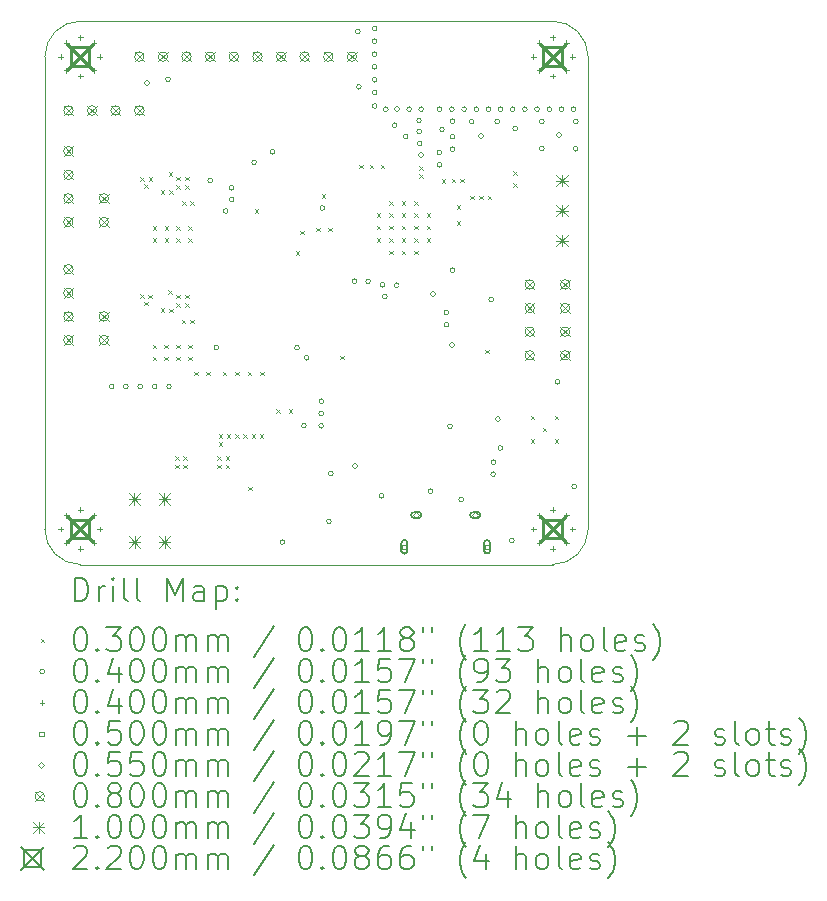
<source format=gbr>
%FSLAX45Y45*%
G04 Gerber Fmt 4.5, Leading zero omitted, Abs format (unit mm)*
G04 Created by KiCad (PCBNEW (6.0.6)) date 2022-07-17 19:59:00*
%MOMM*%
%LPD*%
G01*
G04 APERTURE LIST*
%TA.AperFunction,Profile*%
%ADD10C,0.050000*%
%TD*%
%ADD11C,0.200000*%
%ADD12C,0.030000*%
%ADD13C,0.040000*%
%ADD14C,0.050000*%
%ADD15C,0.055000*%
%ADD16C,0.080000*%
%ADD17C,0.100000*%
%ADD18C,0.220000*%
G04 APERTURE END LIST*
D10*
X17300000Y-8600000D02*
X13300000Y-8600000D01*
X13300000Y-8600000D02*
G75*
G03*
X13000000Y-8900000I0J-300000D01*
G01*
X17600000Y-8900000D02*
G75*
G03*
X17300000Y-8600000I-300000J0D01*
G01*
X17600000Y-8900000D02*
X17600000Y-12900000D01*
X13000000Y-8900000D02*
X13000000Y-12900000D01*
X17300000Y-13200000D02*
G75*
G03*
X17600000Y-12900000I0J300000D01*
G01*
X13000000Y-12900000D02*
G75*
G03*
X13300000Y-13200000I300000J0D01*
G01*
X13300000Y-13200000D02*
X17300000Y-13200000D01*
D11*
D12*
X13806000Y-10913000D02*
X13836000Y-10943000D01*
X13836000Y-10913000D02*
X13806000Y-10943000D01*
X13807000Y-9919000D02*
X13837000Y-9949000D01*
X13837000Y-9919000D02*
X13807000Y-9949000D01*
X13841000Y-10975000D02*
X13871000Y-11005000D01*
X13871000Y-10975000D02*
X13841000Y-11005000D01*
X13842000Y-9981000D02*
X13872000Y-10011000D01*
X13872000Y-9981000D02*
X13842000Y-10011000D01*
X13878000Y-10914000D02*
X13908000Y-10944000D01*
X13908000Y-10914000D02*
X13878000Y-10944000D01*
X13879000Y-9920000D02*
X13909000Y-9950000D01*
X13909000Y-9920000D02*
X13879000Y-9950000D01*
X13913000Y-11339000D02*
X13943000Y-11369000D01*
X13943000Y-11339000D02*
X13913000Y-11369000D01*
X13913000Y-11439000D02*
X13943000Y-11469000D01*
X13943000Y-11439000D02*
X13913000Y-11469000D01*
X13914000Y-10338000D02*
X13944000Y-10368000D01*
X13944000Y-10338000D02*
X13914000Y-10368000D01*
X13914000Y-10438000D02*
X13944000Y-10468000D01*
X13944000Y-10438000D02*
X13914000Y-10468000D01*
X13982000Y-11032000D02*
X14012000Y-11062000D01*
X14012000Y-11032000D02*
X13982000Y-11062000D01*
X13983000Y-10032000D02*
X14013000Y-10062000D01*
X14013000Y-10032000D02*
X13983000Y-10062000D01*
X14013000Y-11339000D02*
X14043000Y-11369000D01*
X14043000Y-11339000D02*
X14013000Y-11369000D01*
X14013000Y-11439000D02*
X14043000Y-11469000D01*
X14043000Y-11439000D02*
X14013000Y-11469000D01*
X14014000Y-10338000D02*
X14044000Y-10368000D01*
X14044000Y-10338000D02*
X14014000Y-10368000D01*
X14014000Y-10438000D02*
X14044000Y-10468000D01*
X14044000Y-10438000D02*
X14014000Y-10468000D01*
X14047000Y-10878000D02*
X14077000Y-10908000D01*
X14077000Y-10878000D02*
X14047000Y-10908000D01*
X14048000Y-9878000D02*
X14078000Y-9908000D01*
X14078000Y-9878000D02*
X14048000Y-9908000D01*
X14054000Y-11033000D02*
X14084000Y-11063000D01*
X14084000Y-11033000D02*
X14054000Y-11063000D01*
X14055000Y-10033000D02*
X14085000Y-10063000D01*
X14085000Y-10033000D02*
X14055000Y-10063000D01*
X14103000Y-12285000D02*
X14133000Y-12315000D01*
X14133000Y-12285000D02*
X14103000Y-12315000D01*
X14103000Y-12355000D02*
X14133000Y-12385000D01*
X14133000Y-12355000D02*
X14103000Y-12385000D01*
X14113000Y-11339000D02*
X14143000Y-11369000D01*
X14143000Y-11339000D02*
X14113000Y-11369000D01*
X14113000Y-11439000D02*
X14143000Y-11469000D01*
X14143000Y-11439000D02*
X14113000Y-11469000D01*
X14114000Y-10338000D02*
X14144000Y-10368000D01*
X14144000Y-10338000D02*
X14114000Y-10368000D01*
X14114000Y-10438000D02*
X14144000Y-10468000D01*
X14144000Y-10438000D02*
X14114000Y-10468000D01*
X14114000Y-10916000D02*
X14144000Y-10946000D01*
X14144000Y-10916000D02*
X14114000Y-10946000D01*
X14114000Y-10989000D02*
X14144000Y-11019000D01*
X14144000Y-10989000D02*
X14114000Y-11019000D01*
X14115000Y-9916000D02*
X14145000Y-9946000D01*
X14145000Y-9916000D02*
X14115000Y-9946000D01*
X14115000Y-9989000D02*
X14145000Y-10019000D01*
X14145000Y-9989000D02*
X14115000Y-10019000D01*
X14161000Y-11127000D02*
X14191000Y-11157000D01*
X14191000Y-11127000D02*
X14161000Y-11157000D01*
X14162000Y-10126000D02*
X14192000Y-10156000D01*
X14192000Y-10126000D02*
X14162000Y-10156000D01*
X14173000Y-12285000D02*
X14203000Y-12315000D01*
X14203000Y-12285000D02*
X14173000Y-12315000D01*
X14173000Y-12355000D02*
X14203000Y-12385000D01*
X14203000Y-12355000D02*
X14173000Y-12385000D01*
X14187000Y-10916000D02*
X14217000Y-10946000D01*
X14217000Y-10916000D02*
X14187000Y-10946000D01*
X14187000Y-10989000D02*
X14217000Y-11019000D01*
X14217000Y-10989000D02*
X14187000Y-11019000D01*
X14188000Y-9916000D02*
X14218000Y-9946000D01*
X14218000Y-9916000D02*
X14188000Y-9946000D01*
X14188000Y-9989000D02*
X14218000Y-10019000D01*
X14218000Y-9989000D02*
X14188000Y-10019000D01*
X14213000Y-11339000D02*
X14243000Y-11369000D01*
X14243000Y-11339000D02*
X14213000Y-11369000D01*
X14213000Y-11439000D02*
X14243000Y-11469000D01*
X14243000Y-11439000D02*
X14213000Y-11469000D01*
X14214000Y-10338000D02*
X14244000Y-10368000D01*
X14244000Y-10338000D02*
X14214000Y-10368000D01*
X14214000Y-10438000D02*
X14244000Y-10468000D01*
X14244000Y-10438000D02*
X14214000Y-10468000D01*
X14232000Y-11127000D02*
X14262000Y-11157000D01*
X14262000Y-11127000D02*
X14232000Y-11157000D01*
X14233000Y-10126000D02*
X14263000Y-10156000D01*
X14263000Y-10126000D02*
X14233000Y-10156000D01*
X14263000Y-11566000D02*
X14293000Y-11596000D01*
X14293000Y-11566000D02*
X14263000Y-11596000D01*
X14368000Y-11566000D02*
X14398000Y-11596000D01*
X14398000Y-11566000D02*
X14368000Y-11596000D01*
X14460000Y-12285000D02*
X14490000Y-12315000D01*
X14490000Y-12285000D02*
X14460000Y-12315000D01*
X14460000Y-12355000D02*
X14490000Y-12385000D01*
X14490000Y-12355000D02*
X14460000Y-12385000D01*
X14472000Y-12096000D02*
X14502000Y-12126000D01*
X14502000Y-12096000D02*
X14472000Y-12126000D01*
X14472000Y-12165000D02*
X14502000Y-12195000D01*
X14502000Y-12165000D02*
X14472000Y-12195000D01*
X14505000Y-11566000D02*
X14535000Y-11596000D01*
X14535000Y-11566000D02*
X14505000Y-11596000D01*
X14530000Y-12285000D02*
X14560000Y-12315000D01*
X14560000Y-12285000D02*
X14530000Y-12315000D01*
X14530000Y-12355000D02*
X14560000Y-12385000D01*
X14560000Y-12355000D02*
X14530000Y-12385000D01*
X14542000Y-12096000D02*
X14572000Y-12126000D01*
X14572000Y-12096000D02*
X14542000Y-12126000D01*
X14611000Y-11566000D02*
X14641000Y-11596000D01*
X14641000Y-11566000D02*
X14611000Y-11596000D01*
X14611000Y-12096000D02*
X14641000Y-12126000D01*
X14641000Y-12096000D02*
X14611000Y-12126000D01*
X14681000Y-12096000D02*
X14711000Y-12126000D01*
X14711000Y-12096000D02*
X14681000Y-12126000D01*
X14720000Y-11566000D02*
X14750000Y-11596000D01*
X14750000Y-11566000D02*
X14720000Y-11596000D01*
X14722000Y-12542000D02*
X14752000Y-12572000D01*
X14752000Y-12542000D02*
X14722000Y-12572000D01*
X14751000Y-12096000D02*
X14781000Y-12126000D01*
X14781000Y-12096000D02*
X14751000Y-12126000D01*
X14778000Y-10194000D02*
X14808000Y-10224000D01*
X14808000Y-10194000D02*
X14778000Y-10224000D01*
X14820000Y-12096000D02*
X14850000Y-12126000D01*
X14850000Y-12096000D02*
X14820000Y-12126000D01*
X14824000Y-11566000D02*
X14854000Y-11596000D01*
X14854000Y-11566000D02*
X14824000Y-11596000D01*
X14960000Y-11885000D02*
X14990000Y-11915000D01*
X14990000Y-11885000D02*
X14960000Y-11915000D01*
X15065000Y-11885000D02*
X15095000Y-11915000D01*
X15095000Y-11885000D02*
X15065000Y-11915000D01*
X15125000Y-10549000D02*
X15155000Y-10579000D01*
X15155000Y-10549000D02*
X15125000Y-10579000D01*
X15164000Y-10374000D02*
X15194000Y-10404000D01*
X15194000Y-10374000D02*
X15164000Y-10404000D01*
X15298000Y-10348000D02*
X15328000Y-10378000D01*
X15328000Y-10348000D02*
X15298000Y-10378000D01*
X15345000Y-10064000D02*
X15375000Y-10094000D01*
X15375000Y-10064000D02*
X15345000Y-10094000D01*
X15402000Y-10347000D02*
X15432000Y-10377000D01*
X15432000Y-10347000D02*
X15402000Y-10377000D01*
X15500000Y-11434000D02*
X15530000Y-11464000D01*
X15530000Y-11434000D02*
X15500000Y-11464000D01*
X15661000Y-9814000D02*
X15691000Y-9844000D01*
X15691000Y-9814000D02*
X15661000Y-9844000D01*
X15753000Y-9814000D02*
X15783000Y-9844000D01*
X15783000Y-9814000D02*
X15753000Y-9844000D01*
X15812000Y-10227000D02*
X15842000Y-10257000D01*
X15842000Y-10227000D02*
X15812000Y-10257000D01*
X15812000Y-10332000D02*
X15842000Y-10362000D01*
X15842000Y-10332000D02*
X15812000Y-10362000D01*
X15812000Y-10437000D02*
X15842000Y-10467000D01*
X15842000Y-10437000D02*
X15812000Y-10467000D01*
X15843123Y-9813877D02*
X15873123Y-9843877D01*
X15873123Y-9813877D02*
X15843123Y-9843877D01*
X15917000Y-10122000D02*
X15947000Y-10152000D01*
X15947000Y-10122000D02*
X15917000Y-10152000D01*
X15917000Y-10227000D02*
X15947000Y-10257000D01*
X15947000Y-10227000D02*
X15917000Y-10257000D01*
X15917000Y-10332000D02*
X15947000Y-10362000D01*
X15947000Y-10332000D02*
X15917000Y-10362000D01*
X15917000Y-10437000D02*
X15947000Y-10467000D01*
X15947000Y-10437000D02*
X15917000Y-10467000D01*
X15917000Y-10542000D02*
X15947000Y-10572000D01*
X15947000Y-10542000D02*
X15917000Y-10572000D01*
X16022000Y-10122000D02*
X16052000Y-10152000D01*
X16052000Y-10122000D02*
X16022000Y-10152000D01*
X16022000Y-10227000D02*
X16052000Y-10257000D01*
X16052000Y-10227000D02*
X16022000Y-10257000D01*
X16022000Y-10332000D02*
X16052000Y-10362000D01*
X16052000Y-10332000D02*
X16022000Y-10362000D01*
X16022000Y-10437000D02*
X16052000Y-10467000D01*
X16052000Y-10437000D02*
X16022000Y-10467000D01*
X16022000Y-10542000D02*
X16052000Y-10572000D01*
X16052000Y-10542000D02*
X16022000Y-10572000D01*
X16127000Y-10122000D02*
X16157000Y-10152000D01*
X16157000Y-10122000D02*
X16127000Y-10152000D01*
X16127000Y-10227000D02*
X16157000Y-10257000D01*
X16157000Y-10227000D02*
X16127000Y-10257000D01*
X16127000Y-10332000D02*
X16157000Y-10362000D01*
X16157000Y-10332000D02*
X16127000Y-10362000D01*
X16127000Y-10437000D02*
X16157000Y-10467000D01*
X16157000Y-10437000D02*
X16127000Y-10467000D01*
X16127000Y-10542000D02*
X16157000Y-10572000D01*
X16157000Y-10542000D02*
X16127000Y-10572000D01*
X16172000Y-9827000D02*
X16202000Y-9857000D01*
X16202000Y-9827000D02*
X16172000Y-9857000D01*
X16172000Y-9897000D02*
X16202000Y-9927000D01*
X16202000Y-9897000D02*
X16172000Y-9927000D01*
X16232000Y-10227000D02*
X16262000Y-10257000D01*
X16262000Y-10227000D02*
X16232000Y-10257000D01*
X16232000Y-10332000D02*
X16262000Y-10362000D01*
X16262000Y-10332000D02*
X16232000Y-10362000D01*
X16232000Y-10437000D02*
X16262000Y-10467000D01*
X16262000Y-10437000D02*
X16232000Y-10467000D01*
X16359000Y-9939000D02*
X16389000Y-9969000D01*
X16389000Y-9939000D02*
X16359000Y-9969000D01*
X16445000Y-9932000D02*
X16475000Y-9962000D01*
X16475000Y-9932000D02*
X16445000Y-9962000D01*
X16486000Y-10294000D02*
X16516000Y-10324000D01*
X16516000Y-10294000D02*
X16486000Y-10324000D01*
X16488000Y-10157000D02*
X16518000Y-10187000D01*
X16518000Y-10157000D02*
X16488000Y-10187000D01*
X16517000Y-9932000D02*
X16547000Y-9962000D01*
X16547000Y-9932000D02*
X16517000Y-9962000D01*
X16603000Y-10077000D02*
X16633000Y-10107000D01*
X16633000Y-10077000D02*
X16603000Y-10107000D01*
X16676000Y-10077000D02*
X16706000Y-10107000D01*
X16706000Y-10077000D02*
X16676000Y-10107000D01*
X16730092Y-11382908D02*
X16760092Y-11412908D01*
X16760092Y-11382908D02*
X16730092Y-11412908D01*
X16749000Y-10076000D02*
X16779000Y-10106000D01*
X16779000Y-10076000D02*
X16749000Y-10106000D01*
X16964000Y-9970000D02*
X16994000Y-10000000D01*
X16994000Y-9970000D02*
X16964000Y-10000000D01*
X16966000Y-9869000D02*
X16996000Y-9899000D01*
X16996000Y-9869000D02*
X16966000Y-9899000D01*
X17116000Y-11941000D02*
X17146000Y-11971000D01*
X17146000Y-11941000D02*
X17116000Y-11971000D01*
X17116000Y-12141000D02*
X17146000Y-12171000D01*
X17146000Y-12141000D02*
X17116000Y-12171000D01*
X17216000Y-12041000D02*
X17246000Y-12071000D01*
X17246000Y-12041000D02*
X17216000Y-12071000D01*
X17316000Y-11941000D02*
X17346000Y-11971000D01*
X17346000Y-11941000D02*
X17316000Y-11971000D01*
X17316000Y-12141000D02*
X17346000Y-12171000D01*
X17346000Y-12141000D02*
X17316000Y-12171000D01*
D13*
X13585500Y-11693000D02*
G75*
G03*
X13585500Y-11693000I-20000J0D01*
G01*
X13707000Y-11693000D02*
G75*
G03*
X13707000Y-11693000I-20000J0D01*
G01*
X13828500Y-11693000D02*
G75*
G03*
X13828500Y-11693000I-20000J0D01*
G01*
X13886000Y-9124000D02*
G75*
G03*
X13886000Y-9124000I-20000J0D01*
G01*
X13950000Y-11693000D02*
G75*
G03*
X13950000Y-11693000I-20000J0D01*
G01*
X14063000Y-9092000D02*
G75*
G03*
X14063000Y-9092000I-20000J0D01*
G01*
X14071500Y-11693000D02*
G75*
G03*
X14071500Y-11693000I-20000J0D01*
G01*
X14421000Y-9949000D02*
G75*
G03*
X14421000Y-9949000I-20000J0D01*
G01*
X14473000Y-11363000D02*
G75*
G03*
X14473000Y-11363000I-20000J0D01*
G01*
X14551000Y-10207000D02*
G75*
G03*
X14551000Y-10207000I-20000J0D01*
G01*
X14600000Y-10011000D02*
G75*
G03*
X14600000Y-10011000I-20000J0D01*
G01*
X14602457Y-10110920D02*
G75*
G03*
X14602457Y-10110920I-20000J0D01*
G01*
X14792000Y-9794000D02*
G75*
G03*
X14792000Y-9794000I-20000J0D01*
G01*
X14948000Y-9706000D02*
G75*
G03*
X14948000Y-9706000I-20000J0D01*
G01*
X15031000Y-13010000D02*
G75*
G03*
X15031000Y-13010000I-20000J0D01*
G01*
X15155000Y-11365000D02*
G75*
G03*
X15155000Y-11365000I-20000J0D01*
G01*
X15214000Y-12025000D02*
G75*
G03*
X15214000Y-12025000I-20000J0D01*
G01*
X15237000Y-11449000D02*
G75*
G03*
X15237000Y-11449000I-20000J0D01*
G01*
X15360000Y-11921000D02*
G75*
G03*
X15360000Y-11921000I-20000J0D01*
G01*
X15360000Y-12026000D02*
G75*
G03*
X15360000Y-12026000I-20000J0D01*
G01*
X15361000Y-11817000D02*
G75*
G03*
X15361000Y-11817000I-20000J0D01*
G01*
X15370000Y-10182000D02*
G75*
G03*
X15370000Y-10182000I-20000J0D01*
G01*
X15426000Y-12835000D02*
G75*
G03*
X15426000Y-12835000I-20000J0D01*
G01*
X15441000Y-12429000D02*
G75*
G03*
X15441000Y-12429000I-20000J0D01*
G01*
X15642000Y-10800000D02*
G75*
G03*
X15642000Y-10800000I-20000J0D01*
G01*
X15647000Y-12367000D02*
G75*
G03*
X15647000Y-12367000I-20000J0D01*
G01*
X15670000Y-8686000D02*
G75*
G03*
X15670000Y-8686000I-20000J0D01*
G01*
X15679000Y-9156000D02*
G75*
G03*
X15679000Y-9156000I-20000J0D01*
G01*
X15757000Y-10802000D02*
G75*
G03*
X15757000Y-10802000I-20000J0D01*
G01*
X15812000Y-8662000D02*
G75*
G03*
X15812000Y-8662000I-20000J0D01*
G01*
X15812000Y-8770389D02*
G75*
G03*
X15812000Y-8770389I-20000J0D01*
G01*
X15812000Y-8878778D02*
G75*
G03*
X15812000Y-8878778I-20000J0D01*
G01*
X15812000Y-8987166D02*
G75*
G03*
X15812000Y-8987166I-20000J0D01*
G01*
X15812000Y-9095555D02*
G75*
G03*
X15812000Y-9095555I-20000J0D01*
G01*
X15812000Y-9203944D02*
G75*
G03*
X15812000Y-9203944I-20000J0D01*
G01*
X15812000Y-9318000D02*
G75*
G03*
X15812000Y-9318000I-20000J0D01*
G01*
X15872000Y-12619000D02*
G75*
G03*
X15872000Y-12619000I-20000J0D01*
G01*
X15878000Y-10832000D02*
G75*
G03*
X15878000Y-10832000I-20000J0D01*
G01*
X15899000Y-10930000D02*
G75*
G03*
X15899000Y-10930000I-20000J0D01*
G01*
X15907000Y-9345000D02*
G75*
G03*
X15907000Y-9345000I-20000J0D01*
G01*
X15983000Y-9480000D02*
G75*
G03*
X15983000Y-9480000I-20000J0D01*
G01*
X16000000Y-10835000D02*
G75*
G03*
X16000000Y-10835000I-20000J0D01*
G01*
X16002000Y-9344000D02*
G75*
G03*
X16002000Y-9344000I-20000J0D01*
G01*
X16075000Y-9575000D02*
G75*
G03*
X16075000Y-9575000I-20000J0D01*
G01*
X16105000Y-9345000D02*
G75*
G03*
X16105000Y-9345000I-20000J0D01*
G01*
X16188000Y-9441000D02*
G75*
G03*
X16188000Y-9441000I-20000J0D01*
G01*
X16191000Y-9534000D02*
G75*
G03*
X16191000Y-9534000I-20000J0D01*
G01*
X16194000Y-9634000D02*
G75*
G03*
X16194000Y-9634000I-20000J0D01*
G01*
X16205000Y-9733000D02*
G75*
G03*
X16205000Y-9733000I-20000J0D01*
G01*
X16206000Y-9345000D02*
G75*
G03*
X16206000Y-9345000I-20000J0D01*
G01*
X16285000Y-12579000D02*
G75*
G03*
X16285000Y-12579000I-20000J0D01*
G01*
X16307000Y-10910000D02*
G75*
G03*
X16307000Y-10910000I-20000J0D01*
G01*
X16361000Y-9713000D02*
G75*
G03*
X16361000Y-9713000I-20000J0D01*
G01*
X16361000Y-9817000D02*
G75*
G03*
X16361000Y-9817000I-20000J0D01*
G01*
X16363000Y-9345000D02*
G75*
G03*
X16363000Y-9345000I-20000J0D01*
G01*
X16383000Y-9517000D02*
G75*
G03*
X16383000Y-9517000I-20000J0D01*
G01*
X16420000Y-11066000D02*
G75*
G03*
X16420000Y-11066000I-20000J0D01*
G01*
X16421000Y-11169000D02*
G75*
G03*
X16421000Y-11169000I-20000J0D01*
G01*
X16451000Y-12029000D02*
G75*
G03*
X16451000Y-12029000I-20000J0D01*
G01*
X16467000Y-9345000D02*
G75*
G03*
X16467000Y-9345000I-20000J0D01*
G01*
X16467000Y-11342000D02*
G75*
G03*
X16467000Y-11342000I-20000J0D01*
G01*
X16472000Y-9447000D02*
G75*
G03*
X16472000Y-9447000I-20000J0D01*
G01*
X16472000Y-9577000D02*
G75*
G03*
X16472000Y-9577000I-20000J0D01*
G01*
X16472000Y-9683000D02*
G75*
G03*
X16472000Y-9683000I-20000J0D01*
G01*
X16472000Y-10708000D02*
G75*
G03*
X16472000Y-10708000I-20000J0D01*
G01*
X16545000Y-12649000D02*
G75*
G03*
X16545000Y-12649000I-20000J0D01*
G01*
X16570000Y-9345000D02*
G75*
G03*
X16570000Y-9345000I-20000J0D01*
G01*
X16633000Y-9450000D02*
G75*
G03*
X16633000Y-9450000I-20000J0D01*
G01*
X16673000Y-9345000D02*
G75*
G03*
X16673000Y-9345000I-20000J0D01*
G01*
X16712000Y-9572000D02*
G75*
G03*
X16712000Y-9572000I-20000J0D01*
G01*
X16776000Y-9345000D02*
G75*
G03*
X16776000Y-9345000I-20000J0D01*
G01*
X16800000Y-10956000D02*
G75*
G03*
X16800000Y-10956000I-20000J0D01*
G01*
X16816000Y-12435000D02*
G75*
G03*
X16816000Y-12435000I-20000J0D01*
G01*
X16818000Y-12334000D02*
G75*
G03*
X16818000Y-12334000I-20000J0D01*
G01*
X16851000Y-9450000D02*
G75*
G03*
X16851000Y-9450000I-20000J0D01*
G01*
X16856000Y-11969000D02*
G75*
G03*
X16856000Y-11969000I-20000J0D01*
G01*
X16877000Y-12214000D02*
G75*
G03*
X16877000Y-12214000I-20000J0D01*
G01*
X16879000Y-9345000D02*
G75*
G03*
X16879000Y-9345000I-20000J0D01*
G01*
X16974000Y-12998000D02*
G75*
G03*
X16974000Y-12998000I-20000J0D01*
G01*
X16982000Y-9345000D02*
G75*
G03*
X16982000Y-9345000I-20000J0D01*
G01*
X17002000Y-9508000D02*
G75*
G03*
X17002000Y-9508000I-20000J0D01*
G01*
X17085000Y-9345000D02*
G75*
G03*
X17085000Y-9345000I-20000J0D01*
G01*
X17188000Y-9345000D02*
G75*
G03*
X17188000Y-9345000I-20000J0D01*
G01*
X17227000Y-9450000D02*
G75*
G03*
X17227000Y-9450000I-20000J0D01*
G01*
X17227000Y-9678000D02*
G75*
G03*
X17227000Y-9678000I-20000J0D01*
G01*
X17291000Y-9345000D02*
G75*
G03*
X17291000Y-9345000I-20000J0D01*
G01*
X17362000Y-11654000D02*
G75*
G03*
X17362000Y-11654000I-20000J0D01*
G01*
X17374000Y-9564000D02*
G75*
G03*
X17374000Y-9564000I-20000J0D01*
G01*
X17394000Y-9345000D02*
G75*
G03*
X17394000Y-9345000I-20000J0D01*
G01*
X17497000Y-9345000D02*
G75*
G03*
X17497000Y-9345000I-20000J0D01*
G01*
X17503000Y-12538000D02*
G75*
G03*
X17503000Y-12538000I-20000J0D01*
G01*
X17515000Y-9450000D02*
G75*
G03*
X17515000Y-9450000I-20000J0D01*
G01*
X17515000Y-9681000D02*
G75*
G03*
X17515000Y-9681000I-20000J0D01*
G01*
X13135000Y-8880000D02*
X13135000Y-8920000D01*
X13115000Y-8900000D02*
X13155000Y-8900000D01*
X13135000Y-12880000D02*
X13135000Y-12920000D01*
X13115000Y-12900000D02*
X13155000Y-12900000D01*
X13183327Y-8763327D02*
X13183327Y-8803327D01*
X13163327Y-8783327D02*
X13203327Y-8783327D01*
X13183327Y-8996673D02*
X13183327Y-9036673D01*
X13163327Y-9016673D02*
X13203327Y-9016673D01*
X13183327Y-12763327D02*
X13183327Y-12803327D01*
X13163327Y-12783327D02*
X13203327Y-12783327D01*
X13183327Y-12996673D02*
X13183327Y-13036673D01*
X13163327Y-13016673D02*
X13203327Y-13016673D01*
X13300000Y-8715000D02*
X13300000Y-8755000D01*
X13280000Y-8735000D02*
X13320000Y-8735000D01*
X13300000Y-9045000D02*
X13300000Y-9085000D01*
X13280000Y-9065000D02*
X13320000Y-9065000D01*
X13300000Y-12715000D02*
X13300000Y-12755000D01*
X13280000Y-12735000D02*
X13320000Y-12735000D01*
X13300000Y-13045000D02*
X13300000Y-13085000D01*
X13280000Y-13065000D02*
X13320000Y-13065000D01*
X13416673Y-8763327D02*
X13416673Y-8803327D01*
X13396673Y-8783327D02*
X13436673Y-8783327D01*
X13416673Y-8996673D02*
X13416673Y-9036673D01*
X13396673Y-9016673D02*
X13436673Y-9016673D01*
X13416673Y-12763327D02*
X13416673Y-12803327D01*
X13396673Y-12783327D02*
X13436673Y-12783327D01*
X13416673Y-12996673D02*
X13416673Y-13036673D01*
X13396673Y-13016673D02*
X13436673Y-13016673D01*
X13465000Y-8880000D02*
X13465000Y-8920000D01*
X13445000Y-8900000D02*
X13485000Y-8900000D01*
X13465000Y-12880000D02*
X13465000Y-12920000D01*
X13445000Y-12900000D02*
X13485000Y-12900000D01*
X17135000Y-8880000D02*
X17135000Y-8920000D01*
X17115000Y-8900000D02*
X17155000Y-8900000D01*
X17135000Y-12880000D02*
X17135000Y-12920000D01*
X17115000Y-12900000D02*
X17155000Y-12900000D01*
X17183327Y-8763327D02*
X17183327Y-8803327D01*
X17163327Y-8783327D02*
X17203327Y-8783327D01*
X17183327Y-8996673D02*
X17183327Y-9036673D01*
X17163327Y-9016673D02*
X17203327Y-9016673D01*
X17183327Y-12763327D02*
X17183327Y-12803327D01*
X17163327Y-12783327D02*
X17203327Y-12783327D01*
X17183327Y-12996673D02*
X17183327Y-13036673D01*
X17163327Y-13016673D02*
X17203327Y-13016673D01*
X17300000Y-8715000D02*
X17300000Y-8755000D01*
X17280000Y-8735000D02*
X17320000Y-8735000D01*
X17300000Y-9045000D02*
X17300000Y-9085000D01*
X17280000Y-9065000D02*
X17320000Y-9065000D01*
X17300000Y-12715000D02*
X17300000Y-12755000D01*
X17280000Y-12735000D02*
X17320000Y-12735000D01*
X17300000Y-13045000D02*
X17300000Y-13085000D01*
X17280000Y-13065000D02*
X17320000Y-13065000D01*
X17416673Y-8763327D02*
X17416673Y-8803327D01*
X17396673Y-8783327D02*
X17436673Y-8783327D01*
X17416673Y-8996673D02*
X17416673Y-9036673D01*
X17396673Y-9016673D02*
X17436673Y-9016673D01*
X17416673Y-12763327D02*
X17416673Y-12803327D01*
X17396673Y-12783327D02*
X17436673Y-12783327D01*
X17416673Y-12996673D02*
X17416673Y-13036673D01*
X17396673Y-13016673D02*
X17436673Y-13016673D01*
X17465000Y-8880000D02*
X17465000Y-8920000D01*
X17445000Y-8900000D02*
X17485000Y-8900000D01*
X17465000Y-12880000D02*
X17465000Y-12920000D01*
X17445000Y-12900000D02*
X17485000Y-12900000D01*
D14*
X16062678Y-13067678D02*
X16062678Y-13032322D01*
X16027322Y-13032322D01*
X16027322Y-13067678D01*
X16062678Y-13067678D01*
D11*
X16020000Y-13017500D02*
X16020000Y-13082500D01*
X16070000Y-13017500D02*
X16070000Y-13082500D01*
X16020000Y-13082500D02*
G75*
G03*
X16070000Y-13082500I25000J0D01*
G01*
X16070000Y-13017500D02*
G75*
G03*
X16020000Y-13017500I-25000J0D01*
G01*
D14*
X16762678Y-13067678D02*
X16762678Y-13032322D01*
X16727322Y-13032322D01*
X16727322Y-13067678D01*
X16762678Y-13067678D01*
D11*
X16720000Y-13017500D02*
X16720000Y-13082500D01*
X16770000Y-13017500D02*
X16770000Y-13082500D01*
X16720000Y-13082500D02*
G75*
G03*
X16770000Y-13082500I25000J0D01*
G01*
X16770000Y-13017500D02*
G75*
G03*
X16720000Y-13017500I-25000J0D01*
G01*
D15*
X16145000Y-12807500D02*
X16172500Y-12780000D01*
X16145000Y-12752500D01*
X16117500Y-12780000D01*
X16145000Y-12807500D01*
D11*
X16130000Y-12807500D02*
X16160000Y-12807500D01*
X16130000Y-12752500D02*
X16160000Y-12752500D01*
X16160000Y-12807500D02*
G75*
G03*
X16160000Y-12752500I0J27500D01*
G01*
X16130000Y-12752500D02*
G75*
G03*
X16130000Y-12807500I0J-27500D01*
G01*
D15*
X16645000Y-12807500D02*
X16672500Y-12780000D01*
X16645000Y-12752500D01*
X16617500Y-12780000D01*
X16645000Y-12807500D01*
D11*
X16630000Y-12807500D02*
X16660000Y-12807500D01*
X16630000Y-12752500D02*
X16660000Y-12752500D01*
X16660000Y-12807500D02*
G75*
G03*
X16660000Y-12752500I0J27500D01*
G01*
X16630000Y-12752500D02*
G75*
G03*
X16630000Y-12807500I0J-27500D01*
G01*
D16*
X13160000Y-9316000D02*
X13240000Y-9396000D01*
X13240000Y-9316000D02*
X13160000Y-9396000D01*
X13240000Y-9356000D02*
G75*
G03*
X13240000Y-9356000I-40000J0D01*
G01*
X13160000Y-9660000D02*
X13240000Y-9740000D01*
X13240000Y-9660000D02*
X13160000Y-9740000D01*
X13240000Y-9700000D02*
G75*
G03*
X13240000Y-9700000I-40000J0D01*
G01*
X13160000Y-9860000D02*
X13240000Y-9940000D01*
X13240000Y-9860000D02*
X13160000Y-9940000D01*
X13240000Y-9900000D02*
G75*
G03*
X13240000Y-9900000I-40000J0D01*
G01*
X13160000Y-10060000D02*
X13240000Y-10140000D01*
X13240000Y-10060000D02*
X13160000Y-10140000D01*
X13240000Y-10100000D02*
G75*
G03*
X13240000Y-10100000I-40000J0D01*
G01*
X13160000Y-10260000D02*
X13240000Y-10340000D01*
X13240000Y-10260000D02*
X13160000Y-10340000D01*
X13240000Y-10300000D02*
G75*
G03*
X13240000Y-10300000I-40000J0D01*
G01*
X13160000Y-10660000D02*
X13240000Y-10740000D01*
X13240000Y-10660000D02*
X13160000Y-10740000D01*
X13240000Y-10700000D02*
G75*
G03*
X13240000Y-10700000I-40000J0D01*
G01*
X13160000Y-10860000D02*
X13240000Y-10940000D01*
X13240000Y-10860000D02*
X13160000Y-10940000D01*
X13240000Y-10900000D02*
G75*
G03*
X13240000Y-10900000I-40000J0D01*
G01*
X13160000Y-11060000D02*
X13240000Y-11140000D01*
X13240000Y-11060000D02*
X13160000Y-11140000D01*
X13240000Y-11100000D02*
G75*
G03*
X13240000Y-11100000I-40000J0D01*
G01*
X13160000Y-11260000D02*
X13240000Y-11340000D01*
X13240000Y-11260000D02*
X13160000Y-11340000D01*
X13240000Y-11300000D02*
G75*
G03*
X13240000Y-11300000I-40000J0D01*
G01*
X13360000Y-9316000D02*
X13440000Y-9396000D01*
X13440000Y-9316000D02*
X13360000Y-9396000D01*
X13440000Y-9356000D02*
G75*
G03*
X13440000Y-9356000I-40000J0D01*
G01*
X13460000Y-10060000D02*
X13540000Y-10140000D01*
X13540000Y-10060000D02*
X13460000Y-10140000D01*
X13540000Y-10100000D02*
G75*
G03*
X13540000Y-10100000I-40000J0D01*
G01*
X13460000Y-10260000D02*
X13540000Y-10340000D01*
X13540000Y-10260000D02*
X13460000Y-10340000D01*
X13540000Y-10300000D02*
G75*
G03*
X13540000Y-10300000I-40000J0D01*
G01*
X13460000Y-11060000D02*
X13540000Y-11140000D01*
X13540000Y-11060000D02*
X13460000Y-11140000D01*
X13540000Y-11100000D02*
G75*
G03*
X13540000Y-11100000I-40000J0D01*
G01*
X13460000Y-11260000D02*
X13540000Y-11340000D01*
X13540000Y-11260000D02*
X13460000Y-11340000D01*
X13540000Y-11300000D02*
G75*
G03*
X13540000Y-11300000I-40000J0D01*
G01*
X13560000Y-9316000D02*
X13640000Y-9396000D01*
X13640000Y-9316000D02*
X13560000Y-9396000D01*
X13640000Y-9356000D02*
G75*
G03*
X13640000Y-9356000I-40000J0D01*
G01*
X13760000Y-8860000D02*
X13840000Y-8940000D01*
X13840000Y-8860000D02*
X13760000Y-8940000D01*
X13840000Y-8900000D02*
G75*
G03*
X13840000Y-8900000I-40000J0D01*
G01*
X13760000Y-9316000D02*
X13840000Y-9396000D01*
X13840000Y-9316000D02*
X13760000Y-9396000D01*
X13840000Y-9356000D02*
G75*
G03*
X13840000Y-9356000I-40000J0D01*
G01*
X13960000Y-8860000D02*
X14040000Y-8940000D01*
X14040000Y-8860000D02*
X13960000Y-8940000D01*
X14040000Y-8900000D02*
G75*
G03*
X14040000Y-8900000I-40000J0D01*
G01*
X14160000Y-8860000D02*
X14240000Y-8940000D01*
X14240000Y-8860000D02*
X14160000Y-8940000D01*
X14240000Y-8900000D02*
G75*
G03*
X14240000Y-8900000I-40000J0D01*
G01*
X14360000Y-8860000D02*
X14440000Y-8940000D01*
X14440000Y-8860000D02*
X14360000Y-8940000D01*
X14440000Y-8900000D02*
G75*
G03*
X14440000Y-8900000I-40000J0D01*
G01*
X14560000Y-8860000D02*
X14640000Y-8940000D01*
X14640000Y-8860000D02*
X14560000Y-8940000D01*
X14640000Y-8900000D02*
G75*
G03*
X14640000Y-8900000I-40000J0D01*
G01*
X14760000Y-8860000D02*
X14840000Y-8940000D01*
X14840000Y-8860000D02*
X14760000Y-8940000D01*
X14840000Y-8900000D02*
G75*
G03*
X14840000Y-8900000I-40000J0D01*
G01*
X14960000Y-8860000D02*
X15040000Y-8940000D01*
X15040000Y-8860000D02*
X14960000Y-8940000D01*
X15040000Y-8900000D02*
G75*
G03*
X15040000Y-8900000I-40000J0D01*
G01*
X15160000Y-8860000D02*
X15240000Y-8940000D01*
X15240000Y-8860000D02*
X15160000Y-8940000D01*
X15240000Y-8900000D02*
G75*
G03*
X15240000Y-8900000I-40000J0D01*
G01*
X15360000Y-8860000D02*
X15440000Y-8940000D01*
X15440000Y-8860000D02*
X15360000Y-8940000D01*
X15440000Y-8900000D02*
G75*
G03*
X15440000Y-8900000I-40000J0D01*
G01*
X15560000Y-8860000D02*
X15640000Y-8940000D01*
X15640000Y-8860000D02*
X15560000Y-8940000D01*
X15640000Y-8900000D02*
G75*
G03*
X15640000Y-8900000I-40000J0D01*
G01*
X17066000Y-10789000D02*
X17146000Y-10869000D01*
X17146000Y-10789000D02*
X17066000Y-10869000D01*
X17146000Y-10829000D02*
G75*
G03*
X17146000Y-10829000I-40000J0D01*
G01*
X17066000Y-10989000D02*
X17146000Y-11069000D01*
X17146000Y-10989000D02*
X17066000Y-11069000D01*
X17146000Y-11029000D02*
G75*
G03*
X17146000Y-11029000I-40000J0D01*
G01*
X17066000Y-11189000D02*
X17146000Y-11269000D01*
X17146000Y-11189000D02*
X17066000Y-11269000D01*
X17146000Y-11229000D02*
G75*
G03*
X17146000Y-11229000I-40000J0D01*
G01*
X17066000Y-11389000D02*
X17146000Y-11469000D01*
X17146000Y-11389000D02*
X17066000Y-11469000D01*
X17146000Y-11429000D02*
G75*
G03*
X17146000Y-11429000I-40000J0D01*
G01*
X17366000Y-10789000D02*
X17446000Y-10869000D01*
X17446000Y-10789000D02*
X17366000Y-10869000D01*
X17446000Y-10829000D02*
G75*
G03*
X17446000Y-10829000I-40000J0D01*
G01*
X17366000Y-10989000D02*
X17446000Y-11069000D01*
X17446000Y-10989000D02*
X17366000Y-11069000D01*
X17446000Y-11029000D02*
G75*
G03*
X17446000Y-11029000I-40000J0D01*
G01*
X17366000Y-11189000D02*
X17446000Y-11269000D01*
X17446000Y-11189000D02*
X17366000Y-11269000D01*
X17446000Y-11229000D02*
G75*
G03*
X17446000Y-11229000I-40000J0D01*
G01*
X17366000Y-11389000D02*
X17446000Y-11469000D01*
X17446000Y-11389000D02*
X17366000Y-11469000D01*
X17446000Y-11429000D02*
G75*
G03*
X17446000Y-11429000I-40000J0D01*
G01*
D17*
X13709500Y-12598000D02*
X13809500Y-12698000D01*
X13809500Y-12598000D02*
X13709500Y-12698000D01*
X13759500Y-12598000D02*
X13759500Y-12698000D01*
X13709500Y-12648000D02*
X13809500Y-12648000D01*
X13710000Y-12960000D02*
X13810000Y-13060000D01*
X13810000Y-12960000D02*
X13710000Y-13060000D01*
X13760000Y-12960000D02*
X13760000Y-13060000D01*
X13710000Y-13010000D02*
X13810000Y-13010000D01*
X13963500Y-12598000D02*
X14063500Y-12698000D01*
X14063500Y-12598000D02*
X13963500Y-12698000D01*
X14013500Y-12598000D02*
X14013500Y-12698000D01*
X13963500Y-12648000D02*
X14063500Y-12648000D01*
X13964000Y-12960000D02*
X14064000Y-13060000D01*
X14064000Y-12960000D02*
X13964000Y-13060000D01*
X14014000Y-12960000D02*
X14014000Y-13060000D01*
X13964000Y-13010000D02*
X14064000Y-13010000D01*
X17326000Y-9899500D02*
X17426000Y-9999500D01*
X17426000Y-9899500D02*
X17326000Y-9999500D01*
X17376000Y-9899500D02*
X17376000Y-9999500D01*
X17326000Y-9949500D02*
X17426000Y-9949500D01*
X17326000Y-10153500D02*
X17426000Y-10253500D01*
X17426000Y-10153500D02*
X17326000Y-10253500D01*
X17376000Y-10153500D02*
X17376000Y-10253500D01*
X17326000Y-10203500D02*
X17426000Y-10203500D01*
X17326000Y-10407500D02*
X17426000Y-10507500D01*
X17426000Y-10407500D02*
X17326000Y-10507500D01*
X17376000Y-10407500D02*
X17376000Y-10507500D01*
X17326000Y-10457500D02*
X17426000Y-10457500D01*
D18*
X13190000Y-8790000D02*
X13410000Y-9010000D01*
X13410000Y-8790000D02*
X13190000Y-9010000D01*
X13377782Y-8977783D02*
X13377782Y-8822218D01*
X13222217Y-8822218D01*
X13222217Y-8977783D01*
X13377782Y-8977783D01*
X13190000Y-12790000D02*
X13410000Y-13010000D01*
X13410000Y-12790000D02*
X13190000Y-13010000D01*
X13377782Y-12977782D02*
X13377782Y-12822217D01*
X13222217Y-12822217D01*
X13222217Y-12977782D01*
X13377782Y-12977782D01*
X17190000Y-8790000D02*
X17410000Y-9010000D01*
X17410000Y-8790000D02*
X17190000Y-9010000D01*
X17377783Y-8977783D02*
X17377783Y-8822218D01*
X17222218Y-8822218D01*
X17222218Y-8977783D01*
X17377783Y-8977783D01*
X17190000Y-12790000D02*
X17410000Y-13010000D01*
X17410000Y-12790000D02*
X17190000Y-13010000D01*
X17377783Y-12977782D02*
X17377783Y-12822217D01*
X17222218Y-12822217D01*
X17222218Y-12977782D01*
X17377783Y-12977782D01*
D11*
X13255119Y-13512976D02*
X13255119Y-13312976D01*
X13302738Y-13312976D01*
X13331309Y-13322500D01*
X13350357Y-13341548D01*
X13359881Y-13360595D01*
X13369405Y-13398690D01*
X13369405Y-13427262D01*
X13359881Y-13465357D01*
X13350357Y-13484405D01*
X13331309Y-13503452D01*
X13302738Y-13512976D01*
X13255119Y-13512976D01*
X13455119Y-13512976D02*
X13455119Y-13379643D01*
X13455119Y-13417738D02*
X13464643Y-13398690D01*
X13474167Y-13389167D01*
X13493214Y-13379643D01*
X13512262Y-13379643D01*
X13578928Y-13512976D02*
X13578928Y-13379643D01*
X13578928Y-13312976D02*
X13569405Y-13322500D01*
X13578928Y-13332024D01*
X13588452Y-13322500D01*
X13578928Y-13312976D01*
X13578928Y-13332024D01*
X13702738Y-13512976D02*
X13683690Y-13503452D01*
X13674167Y-13484405D01*
X13674167Y-13312976D01*
X13807500Y-13512976D02*
X13788452Y-13503452D01*
X13778928Y-13484405D01*
X13778928Y-13312976D01*
X14036071Y-13512976D02*
X14036071Y-13312976D01*
X14102738Y-13455833D01*
X14169405Y-13312976D01*
X14169405Y-13512976D01*
X14350357Y-13512976D02*
X14350357Y-13408214D01*
X14340833Y-13389167D01*
X14321786Y-13379643D01*
X14283690Y-13379643D01*
X14264643Y-13389167D01*
X14350357Y-13503452D02*
X14331309Y-13512976D01*
X14283690Y-13512976D01*
X14264643Y-13503452D01*
X14255119Y-13484405D01*
X14255119Y-13465357D01*
X14264643Y-13446309D01*
X14283690Y-13436786D01*
X14331309Y-13436786D01*
X14350357Y-13427262D01*
X14445595Y-13379643D02*
X14445595Y-13579643D01*
X14445595Y-13389167D02*
X14464643Y-13379643D01*
X14502738Y-13379643D01*
X14521786Y-13389167D01*
X14531309Y-13398690D01*
X14540833Y-13417738D01*
X14540833Y-13474881D01*
X14531309Y-13493928D01*
X14521786Y-13503452D01*
X14502738Y-13512976D01*
X14464643Y-13512976D01*
X14445595Y-13503452D01*
X14626548Y-13493928D02*
X14636071Y-13503452D01*
X14626548Y-13512976D01*
X14617024Y-13503452D01*
X14626548Y-13493928D01*
X14626548Y-13512976D01*
X14626548Y-13389167D02*
X14636071Y-13398690D01*
X14626548Y-13408214D01*
X14617024Y-13398690D01*
X14626548Y-13389167D01*
X14626548Y-13408214D01*
D12*
X12967500Y-13827500D02*
X12997500Y-13857500D01*
X12997500Y-13827500D02*
X12967500Y-13857500D01*
D11*
X13293214Y-13732976D02*
X13312262Y-13732976D01*
X13331309Y-13742500D01*
X13340833Y-13752024D01*
X13350357Y-13771071D01*
X13359881Y-13809167D01*
X13359881Y-13856786D01*
X13350357Y-13894881D01*
X13340833Y-13913928D01*
X13331309Y-13923452D01*
X13312262Y-13932976D01*
X13293214Y-13932976D01*
X13274167Y-13923452D01*
X13264643Y-13913928D01*
X13255119Y-13894881D01*
X13245595Y-13856786D01*
X13245595Y-13809167D01*
X13255119Y-13771071D01*
X13264643Y-13752024D01*
X13274167Y-13742500D01*
X13293214Y-13732976D01*
X13445595Y-13913928D02*
X13455119Y-13923452D01*
X13445595Y-13932976D01*
X13436071Y-13923452D01*
X13445595Y-13913928D01*
X13445595Y-13932976D01*
X13521786Y-13732976D02*
X13645595Y-13732976D01*
X13578928Y-13809167D01*
X13607500Y-13809167D01*
X13626548Y-13818690D01*
X13636071Y-13828214D01*
X13645595Y-13847262D01*
X13645595Y-13894881D01*
X13636071Y-13913928D01*
X13626548Y-13923452D01*
X13607500Y-13932976D01*
X13550357Y-13932976D01*
X13531309Y-13923452D01*
X13521786Y-13913928D01*
X13769405Y-13732976D02*
X13788452Y-13732976D01*
X13807500Y-13742500D01*
X13817024Y-13752024D01*
X13826548Y-13771071D01*
X13836071Y-13809167D01*
X13836071Y-13856786D01*
X13826548Y-13894881D01*
X13817024Y-13913928D01*
X13807500Y-13923452D01*
X13788452Y-13932976D01*
X13769405Y-13932976D01*
X13750357Y-13923452D01*
X13740833Y-13913928D01*
X13731309Y-13894881D01*
X13721786Y-13856786D01*
X13721786Y-13809167D01*
X13731309Y-13771071D01*
X13740833Y-13752024D01*
X13750357Y-13742500D01*
X13769405Y-13732976D01*
X13959881Y-13732976D02*
X13978928Y-13732976D01*
X13997976Y-13742500D01*
X14007500Y-13752024D01*
X14017024Y-13771071D01*
X14026548Y-13809167D01*
X14026548Y-13856786D01*
X14017024Y-13894881D01*
X14007500Y-13913928D01*
X13997976Y-13923452D01*
X13978928Y-13932976D01*
X13959881Y-13932976D01*
X13940833Y-13923452D01*
X13931309Y-13913928D01*
X13921786Y-13894881D01*
X13912262Y-13856786D01*
X13912262Y-13809167D01*
X13921786Y-13771071D01*
X13931309Y-13752024D01*
X13940833Y-13742500D01*
X13959881Y-13732976D01*
X14112262Y-13932976D02*
X14112262Y-13799643D01*
X14112262Y-13818690D02*
X14121786Y-13809167D01*
X14140833Y-13799643D01*
X14169405Y-13799643D01*
X14188452Y-13809167D01*
X14197976Y-13828214D01*
X14197976Y-13932976D01*
X14197976Y-13828214D02*
X14207500Y-13809167D01*
X14226548Y-13799643D01*
X14255119Y-13799643D01*
X14274167Y-13809167D01*
X14283690Y-13828214D01*
X14283690Y-13932976D01*
X14378928Y-13932976D02*
X14378928Y-13799643D01*
X14378928Y-13818690D02*
X14388452Y-13809167D01*
X14407500Y-13799643D01*
X14436071Y-13799643D01*
X14455119Y-13809167D01*
X14464643Y-13828214D01*
X14464643Y-13932976D01*
X14464643Y-13828214D02*
X14474167Y-13809167D01*
X14493214Y-13799643D01*
X14521786Y-13799643D01*
X14540833Y-13809167D01*
X14550357Y-13828214D01*
X14550357Y-13932976D01*
X14940833Y-13723452D02*
X14769405Y-13980595D01*
X15197976Y-13732976D02*
X15217024Y-13732976D01*
X15236071Y-13742500D01*
X15245595Y-13752024D01*
X15255119Y-13771071D01*
X15264643Y-13809167D01*
X15264643Y-13856786D01*
X15255119Y-13894881D01*
X15245595Y-13913928D01*
X15236071Y-13923452D01*
X15217024Y-13932976D01*
X15197976Y-13932976D01*
X15178928Y-13923452D01*
X15169405Y-13913928D01*
X15159881Y-13894881D01*
X15150357Y-13856786D01*
X15150357Y-13809167D01*
X15159881Y-13771071D01*
X15169405Y-13752024D01*
X15178928Y-13742500D01*
X15197976Y-13732976D01*
X15350357Y-13913928D02*
X15359881Y-13923452D01*
X15350357Y-13932976D01*
X15340833Y-13923452D01*
X15350357Y-13913928D01*
X15350357Y-13932976D01*
X15483690Y-13732976D02*
X15502738Y-13732976D01*
X15521786Y-13742500D01*
X15531309Y-13752024D01*
X15540833Y-13771071D01*
X15550357Y-13809167D01*
X15550357Y-13856786D01*
X15540833Y-13894881D01*
X15531309Y-13913928D01*
X15521786Y-13923452D01*
X15502738Y-13932976D01*
X15483690Y-13932976D01*
X15464643Y-13923452D01*
X15455119Y-13913928D01*
X15445595Y-13894881D01*
X15436071Y-13856786D01*
X15436071Y-13809167D01*
X15445595Y-13771071D01*
X15455119Y-13752024D01*
X15464643Y-13742500D01*
X15483690Y-13732976D01*
X15740833Y-13932976D02*
X15626548Y-13932976D01*
X15683690Y-13932976D02*
X15683690Y-13732976D01*
X15664643Y-13761548D01*
X15645595Y-13780595D01*
X15626548Y-13790119D01*
X15931309Y-13932976D02*
X15817024Y-13932976D01*
X15874167Y-13932976D02*
X15874167Y-13732976D01*
X15855119Y-13761548D01*
X15836071Y-13780595D01*
X15817024Y-13790119D01*
X16045595Y-13818690D02*
X16026548Y-13809167D01*
X16017024Y-13799643D01*
X16007500Y-13780595D01*
X16007500Y-13771071D01*
X16017024Y-13752024D01*
X16026548Y-13742500D01*
X16045595Y-13732976D01*
X16083690Y-13732976D01*
X16102738Y-13742500D01*
X16112262Y-13752024D01*
X16121786Y-13771071D01*
X16121786Y-13780595D01*
X16112262Y-13799643D01*
X16102738Y-13809167D01*
X16083690Y-13818690D01*
X16045595Y-13818690D01*
X16026548Y-13828214D01*
X16017024Y-13837738D01*
X16007500Y-13856786D01*
X16007500Y-13894881D01*
X16017024Y-13913928D01*
X16026548Y-13923452D01*
X16045595Y-13932976D01*
X16083690Y-13932976D01*
X16102738Y-13923452D01*
X16112262Y-13913928D01*
X16121786Y-13894881D01*
X16121786Y-13856786D01*
X16112262Y-13837738D01*
X16102738Y-13828214D01*
X16083690Y-13818690D01*
X16197976Y-13732976D02*
X16197976Y-13771071D01*
X16274167Y-13732976D02*
X16274167Y-13771071D01*
X16569405Y-14009167D02*
X16559881Y-13999643D01*
X16540833Y-13971071D01*
X16531309Y-13952024D01*
X16521786Y-13923452D01*
X16512262Y-13875833D01*
X16512262Y-13837738D01*
X16521786Y-13790119D01*
X16531309Y-13761548D01*
X16540833Y-13742500D01*
X16559881Y-13713928D01*
X16569405Y-13704405D01*
X16750357Y-13932976D02*
X16636071Y-13932976D01*
X16693214Y-13932976D02*
X16693214Y-13732976D01*
X16674167Y-13761548D01*
X16655119Y-13780595D01*
X16636071Y-13790119D01*
X16940833Y-13932976D02*
X16826548Y-13932976D01*
X16883690Y-13932976D02*
X16883690Y-13732976D01*
X16864643Y-13761548D01*
X16845595Y-13780595D01*
X16826548Y-13790119D01*
X17007500Y-13732976D02*
X17131310Y-13732976D01*
X17064643Y-13809167D01*
X17093214Y-13809167D01*
X17112262Y-13818690D01*
X17121786Y-13828214D01*
X17131310Y-13847262D01*
X17131310Y-13894881D01*
X17121786Y-13913928D01*
X17112262Y-13923452D01*
X17093214Y-13932976D01*
X17036071Y-13932976D01*
X17017024Y-13923452D01*
X17007500Y-13913928D01*
X17369405Y-13932976D02*
X17369405Y-13732976D01*
X17455119Y-13932976D02*
X17455119Y-13828214D01*
X17445595Y-13809167D01*
X17426548Y-13799643D01*
X17397976Y-13799643D01*
X17378929Y-13809167D01*
X17369405Y-13818690D01*
X17578929Y-13932976D02*
X17559881Y-13923452D01*
X17550357Y-13913928D01*
X17540833Y-13894881D01*
X17540833Y-13837738D01*
X17550357Y-13818690D01*
X17559881Y-13809167D01*
X17578929Y-13799643D01*
X17607500Y-13799643D01*
X17626548Y-13809167D01*
X17636071Y-13818690D01*
X17645595Y-13837738D01*
X17645595Y-13894881D01*
X17636071Y-13913928D01*
X17626548Y-13923452D01*
X17607500Y-13932976D01*
X17578929Y-13932976D01*
X17759881Y-13932976D02*
X17740833Y-13923452D01*
X17731310Y-13904405D01*
X17731310Y-13732976D01*
X17912262Y-13923452D02*
X17893214Y-13932976D01*
X17855119Y-13932976D01*
X17836071Y-13923452D01*
X17826548Y-13904405D01*
X17826548Y-13828214D01*
X17836071Y-13809167D01*
X17855119Y-13799643D01*
X17893214Y-13799643D01*
X17912262Y-13809167D01*
X17921786Y-13828214D01*
X17921786Y-13847262D01*
X17826548Y-13866309D01*
X17997976Y-13923452D02*
X18017024Y-13932976D01*
X18055119Y-13932976D01*
X18074167Y-13923452D01*
X18083690Y-13904405D01*
X18083690Y-13894881D01*
X18074167Y-13875833D01*
X18055119Y-13866309D01*
X18026548Y-13866309D01*
X18007500Y-13856786D01*
X17997976Y-13837738D01*
X17997976Y-13828214D01*
X18007500Y-13809167D01*
X18026548Y-13799643D01*
X18055119Y-13799643D01*
X18074167Y-13809167D01*
X18150357Y-14009167D02*
X18159881Y-13999643D01*
X18178929Y-13971071D01*
X18188452Y-13952024D01*
X18197976Y-13923452D01*
X18207500Y-13875833D01*
X18207500Y-13837738D01*
X18197976Y-13790119D01*
X18188452Y-13761548D01*
X18178929Y-13742500D01*
X18159881Y-13713928D01*
X18150357Y-13704405D01*
D13*
X12997500Y-14106500D02*
G75*
G03*
X12997500Y-14106500I-20000J0D01*
G01*
D11*
X13293214Y-13996976D02*
X13312262Y-13996976D01*
X13331309Y-14006500D01*
X13340833Y-14016024D01*
X13350357Y-14035071D01*
X13359881Y-14073167D01*
X13359881Y-14120786D01*
X13350357Y-14158881D01*
X13340833Y-14177928D01*
X13331309Y-14187452D01*
X13312262Y-14196976D01*
X13293214Y-14196976D01*
X13274167Y-14187452D01*
X13264643Y-14177928D01*
X13255119Y-14158881D01*
X13245595Y-14120786D01*
X13245595Y-14073167D01*
X13255119Y-14035071D01*
X13264643Y-14016024D01*
X13274167Y-14006500D01*
X13293214Y-13996976D01*
X13445595Y-14177928D02*
X13455119Y-14187452D01*
X13445595Y-14196976D01*
X13436071Y-14187452D01*
X13445595Y-14177928D01*
X13445595Y-14196976D01*
X13626548Y-14063643D02*
X13626548Y-14196976D01*
X13578928Y-13987452D02*
X13531309Y-14130309D01*
X13655119Y-14130309D01*
X13769405Y-13996976D02*
X13788452Y-13996976D01*
X13807500Y-14006500D01*
X13817024Y-14016024D01*
X13826548Y-14035071D01*
X13836071Y-14073167D01*
X13836071Y-14120786D01*
X13826548Y-14158881D01*
X13817024Y-14177928D01*
X13807500Y-14187452D01*
X13788452Y-14196976D01*
X13769405Y-14196976D01*
X13750357Y-14187452D01*
X13740833Y-14177928D01*
X13731309Y-14158881D01*
X13721786Y-14120786D01*
X13721786Y-14073167D01*
X13731309Y-14035071D01*
X13740833Y-14016024D01*
X13750357Y-14006500D01*
X13769405Y-13996976D01*
X13959881Y-13996976D02*
X13978928Y-13996976D01*
X13997976Y-14006500D01*
X14007500Y-14016024D01*
X14017024Y-14035071D01*
X14026548Y-14073167D01*
X14026548Y-14120786D01*
X14017024Y-14158881D01*
X14007500Y-14177928D01*
X13997976Y-14187452D01*
X13978928Y-14196976D01*
X13959881Y-14196976D01*
X13940833Y-14187452D01*
X13931309Y-14177928D01*
X13921786Y-14158881D01*
X13912262Y-14120786D01*
X13912262Y-14073167D01*
X13921786Y-14035071D01*
X13931309Y-14016024D01*
X13940833Y-14006500D01*
X13959881Y-13996976D01*
X14112262Y-14196976D02*
X14112262Y-14063643D01*
X14112262Y-14082690D02*
X14121786Y-14073167D01*
X14140833Y-14063643D01*
X14169405Y-14063643D01*
X14188452Y-14073167D01*
X14197976Y-14092214D01*
X14197976Y-14196976D01*
X14197976Y-14092214D02*
X14207500Y-14073167D01*
X14226548Y-14063643D01*
X14255119Y-14063643D01*
X14274167Y-14073167D01*
X14283690Y-14092214D01*
X14283690Y-14196976D01*
X14378928Y-14196976D02*
X14378928Y-14063643D01*
X14378928Y-14082690D02*
X14388452Y-14073167D01*
X14407500Y-14063643D01*
X14436071Y-14063643D01*
X14455119Y-14073167D01*
X14464643Y-14092214D01*
X14464643Y-14196976D01*
X14464643Y-14092214D02*
X14474167Y-14073167D01*
X14493214Y-14063643D01*
X14521786Y-14063643D01*
X14540833Y-14073167D01*
X14550357Y-14092214D01*
X14550357Y-14196976D01*
X14940833Y-13987452D02*
X14769405Y-14244595D01*
X15197976Y-13996976D02*
X15217024Y-13996976D01*
X15236071Y-14006500D01*
X15245595Y-14016024D01*
X15255119Y-14035071D01*
X15264643Y-14073167D01*
X15264643Y-14120786D01*
X15255119Y-14158881D01*
X15245595Y-14177928D01*
X15236071Y-14187452D01*
X15217024Y-14196976D01*
X15197976Y-14196976D01*
X15178928Y-14187452D01*
X15169405Y-14177928D01*
X15159881Y-14158881D01*
X15150357Y-14120786D01*
X15150357Y-14073167D01*
X15159881Y-14035071D01*
X15169405Y-14016024D01*
X15178928Y-14006500D01*
X15197976Y-13996976D01*
X15350357Y-14177928D02*
X15359881Y-14187452D01*
X15350357Y-14196976D01*
X15340833Y-14187452D01*
X15350357Y-14177928D01*
X15350357Y-14196976D01*
X15483690Y-13996976D02*
X15502738Y-13996976D01*
X15521786Y-14006500D01*
X15531309Y-14016024D01*
X15540833Y-14035071D01*
X15550357Y-14073167D01*
X15550357Y-14120786D01*
X15540833Y-14158881D01*
X15531309Y-14177928D01*
X15521786Y-14187452D01*
X15502738Y-14196976D01*
X15483690Y-14196976D01*
X15464643Y-14187452D01*
X15455119Y-14177928D01*
X15445595Y-14158881D01*
X15436071Y-14120786D01*
X15436071Y-14073167D01*
X15445595Y-14035071D01*
X15455119Y-14016024D01*
X15464643Y-14006500D01*
X15483690Y-13996976D01*
X15740833Y-14196976D02*
X15626548Y-14196976D01*
X15683690Y-14196976D02*
X15683690Y-13996976D01*
X15664643Y-14025548D01*
X15645595Y-14044595D01*
X15626548Y-14054119D01*
X15921786Y-13996976D02*
X15826548Y-13996976D01*
X15817024Y-14092214D01*
X15826548Y-14082690D01*
X15845595Y-14073167D01*
X15893214Y-14073167D01*
X15912262Y-14082690D01*
X15921786Y-14092214D01*
X15931309Y-14111262D01*
X15931309Y-14158881D01*
X15921786Y-14177928D01*
X15912262Y-14187452D01*
X15893214Y-14196976D01*
X15845595Y-14196976D01*
X15826548Y-14187452D01*
X15817024Y-14177928D01*
X15997976Y-13996976D02*
X16131309Y-13996976D01*
X16045595Y-14196976D01*
X16197976Y-13996976D02*
X16197976Y-14035071D01*
X16274167Y-13996976D02*
X16274167Y-14035071D01*
X16569405Y-14273167D02*
X16559881Y-14263643D01*
X16540833Y-14235071D01*
X16531309Y-14216024D01*
X16521786Y-14187452D01*
X16512262Y-14139833D01*
X16512262Y-14101738D01*
X16521786Y-14054119D01*
X16531309Y-14025548D01*
X16540833Y-14006500D01*
X16559881Y-13977928D01*
X16569405Y-13968405D01*
X16655119Y-14196976D02*
X16693214Y-14196976D01*
X16712262Y-14187452D01*
X16721786Y-14177928D01*
X16740833Y-14149357D01*
X16750357Y-14111262D01*
X16750357Y-14035071D01*
X16740833Y-14016024D01*
X16731309Y-14006500D01*
X16712262Y-13996976D01*
X16674167Y-13996976D01*
X16655119Y-14006500D01*
X16645595Y-14016024D01*
X16636071Y-14035071D01*
X16636071Y-14082690D01*
X16645595Y-14101738D01*
X16655119Y-14111262D01*
X16674167Y-14120786D01*
X16712262Y-14120786D01*
X16731309Y-14111262D01*
X16740833Y-14101738D01*
X16750357Y-14082690D01*
X16817024Y-13996976D02*
X16940833Y-13996976D01*
X16874167Y-14073167D01*
X16902738Y-14073167D01*
X16921786Y-14082690D01*
X16931310Y-14092214D01*
X16940833Y-14111262D01*
X16940833Y-14158881D01*
X16931310Y-14177928D01*
X16921786Y-14187452D01*
X16902738Y-14196976D01*
X16845595Y-14196976D01*
X16826548Y-14187452D01*
X16817024Y-14177928D01*
X17178929Y-14196976D02*
X17178929Y-13996976D01*
X17264643Y-14196976D02*
X17264643Y-14092214D01*
X17255119Y-14073167D01*
X17236071Y-14063643D01*
X17207500Y-14063643D01*
X17188452Y-14073167D01*
X17178929Y-14082690D01*
X17388452Y-14196976D02*
X17369405Y-14187452D01*
X17359881Y-14177928D01*
X17350357Y-14158881D01*
X17350357Y-14101738D01*
X17359881Y-14082690D01*
X17369405Y-14073167D01*
X17388452Y-14063643D01*
X17417024Y-14063643D01*
X17436071Y-14073167D01*
X17445595Y-14082690D01*
X17455119Y-14101738D01*
X17455119Y-14158881D01*
X17445595Y-14177928D01*
X17436071Y-14187452D01*
X17417024Y-14196976D01*
X17388452Y-14196976D01*
X17569405Y-14196976D02*
X17550357Y-14187452D01*
X17540833Y-14168405D01*
X17540833Y-13996976D01*
X17721786Y-14187452D02*
X17702738Y-14196976D01*
X17664643Y-14196976D01*
X17645595Y-14187452D01*
X17636071Y-14168405D01*
X17636071Y-14092214D01*
X17645595Y-14073167D01*
X17664643Y-14063643D01*
X17702738Y-14063643D01*
X17721786Y-14073167D01*
X17731310Y-14092214D01*
X17731310Y-14111262D01*
X17636071Y-14130309D01*
X17807500Y-14187452D02*
X17826548Y-14196976D01*
X17864643Y-14196976D01*
X17883690Y-14187452D01*
X17893214Y-14168405D01*
X17893214Y-14158881D01*
X17883690Y-14139833D01*
X17864643Y-14130309D01*
X17836071Y-14130309D01*
X17817024Y-14120786D01*
X17807500Y-14101738D01*
X17807500Y-14092214D01*
X17817024Y-14073167D01*
X17836071Y-14063643D01*
X17864643Y-14063643D01*
X17883690Y-14073167D01*
X17959881Y-14273167D02*
X17969405Y-14263643D01*
X17988452Y-14235071D01*
X17997976Y-14216024D01*
X18007500Y-14187452D01*
X18017024Y-14139833D01*
X18017024Y-14101738D01*
X18007500Y-14054119D01*
X17997976Y-14025548D01*
X17988452Y-14006500D01*
X17969405Y-13977928D01*
X17959881Y-13968405D01*
D13*
X12977500Y-14350500D02*
X12977500Y-14390500D01*
X12957500Y-14370500D02*
X12997500Y-14370500D01*
D11*
X13293214Y-14260976D02*
X13312262Y-14260976D01*
X13331309Y-14270500D01*
X13340833Y-14280024D01*
X13350357Y-14299071D01*
X13359881Y-14337167D01*
X13359881Y-14384786D01*
X13350357Y-14422881D01*
X13340833Y-14441928D01*
X13331309Y-14451452D01*
X13312262Y-14460976D01*
X13293214Y-14460976D01*
X13274167Y-14451452D01*
X13264643Y-14441928D01*
X13255119Y-14422881D01*
X13245595Y-14384786D01*
X13245595Y-14337167D01*
X13255119Y-14299071D01*
X13264643Y-14280024D01*
X13274167Y-14270500D01*
X13293214Y-14260976D01*
X13445595Y-14441928D02*
X13455119Y-14451452D01*
X13445595Y-14460976D01*
X13436071Y-14451452D01*
X13445595Y-14441928D01*
X13445595Y-14460976D01*
X13626548Y-14327643D02*
X13626548Y-14460976D01*
X13578928Y-14251452D02*
X13531309Y-14394309D01*
X13655119Y-14394309D01*
X13769405Y-14260976D02*
X13788452Y-14260976D01*
X13807500Y-14270500D01*
X13817024Y-14280024D01*
X13826548Y-14299071D01*
X13836071Y-14337167D01*
X13836071Y-14384786D01*
X13826548Y-14422881D01*
X13817024Y-14441928D01*
X13807500Y-14451452D01*
X13788452Y-14460976D01*
X13769405Y-14460976D01*
X13750357Y-14451452D01*
X13740833Y-14441928D01*
X13731309Y-14422881D01*
X13721786Y-14384786D01*
X13721786Y-14337167D01*
X13731309Y-14299071D01*
X13740833Y-14280024D01*
X13750357Y-14270500D01*
X13769405Y-14260976D01*
X13959881Y-14260976D02*
X13978928Y-14260976D01*
X13997976Y-14270500D01*
X14007500Y-14280024D01*
X14017024Y-14299071D01*
X14026548Y-14337167D01*
X14026548Y-14384786D01*
X14017024Y-14422881D01*
X14007500Y-14441928D01*
X13997976Y-14451452D01*
X13978928Y-14460976D01*
X13959881Y-14460976D01*
X13940833Y-14451452D01*
X13931309Y-14441928D01*
X13921786Y-14422881D01*
X13912262Y-14384786D01*
X13912262Y-14337167D01*
X13921786Y-14299071D01*
X13931309Y-14280024D01*
X13940833Y-14270500D01*
X13959881Y-14260976D01*
X14112262Y-14460976D02*
X14112262Y-14327643D01*
X14112262Y-14346690D02*
X14121786Y-14337167D01*
X14140833Y-14327643D01*
X14169405Y-14327643D01*
X14188452Y-14337167D01*
X14197976Y-14356214D01*
X14197976Y-14460976D01*
X14197976Y-14356214D02*
X14207500Y-14337167D01*
X14226548Y-14327643D01*
X14255119Y-14327643D01*
X14274167Y-14337167D01*
X14283690Y-14356214D01*
X14283690Y-14460976D01*
X14378928Y-14460976D02*
X14378928Y-14327643D01*
X14378928Y-14346690D02*
X14388452Y-14337167D01*
X14407500Y-14327643D01*
X14436071Y-14327643D01*
X14455119Y-14337167D01*
X14464643Y-14356214D01*
X14464643Y-14460976D01*
X14464643Y-14356214D02*
X14474167Y-14337167D01*
X14493214Y-14327643D01*
X14521786Y-14327643D01*
X14540833Y-14337167D01*
X14550357Y-14356214D01*
X14550357Y-14460976D01*
X14940833Y-14251452D02*
X14769405Y-14508595D01*
X15197976Y-14260976D02*
X15217024Y-14260976D01*
X15236071Y-14270500D01*
X15245595Y-14280024D01*
X15255119Y-14299071D01*
X15264643Y-14337167D01*
X15264643Y-14384786D01*
X15255119Y-14422881D01*
X15245595Y-14441928D01*
X15236071Y-14451452D01*
X15217024Y-14460976D01*
X15197976Y-14460976D01*
X15178928Y-14451452D01*
X15169405Y-14441928D01*
X15159881Y-14422881D01*
X15150357Y-14384786D01*
X15150357Y-14337167D01*
X15159881Y-14299071D01*
X15169405Y-14280024D01*
X15178928Y-14270500D01*
X15197976Y-14260976D01*
X15350357Y-14441928D02*
X15359881Y-14451452D01*
X15350357Y-14460976D01*
X15340833Y-14451452D01*
X15350357Y-14441928D01*
X15350357Y-14460976D01*
X15483690Y-14260976D02*
X15502738Y-14260976D01*
X15521786Y-14270500D01*
X15531309Y-14280024D01*
X15540833Y-14299071D01*
X15550357Y-14337167D01*
X15550357Y-14384786D01*
X15540833Y-14422881D01*
X15531309Y-14441928D01*
X15521786Y-14451452D01*
X15502738Y-14460976D01*
X15483690Y-14460976D01*
X15464643Y-14451452D01*
X15455119Y-14441928D01*
X15445595Y-14422881D01*
X15436071Y-14384786D01*
X15436071Y-14337167D01*
X15445595Y-14299071D01*
X15455119Y-14280024D01*
X15464643Y-14270500D01*
X15483690Y-14260976D01*
X15740833Y-14460976D02*
X15626548Y-14460976D01*
X15683690Y-14460976D02*
X15683690Y-14260976D01*
X15664643Y-14289548D01*
X15645595Y-14308595D01*
X15626548Y-14318119D01*
X15921786Y-14260976D02*
X15826548Y-14260976D01*
X15817024Y-14356214D01*
X15826548Y-14346690D01*
X15845595Y-14337167D01*
X15893214Y-14337167D01*
X15912262Y-14346690D01*
X15921786Y-14356214D01*
X15931309Y-14375262D01*
X15931309Y-14422881D01*
X15921786Y-14441928D01*
X15912262Y-14451452D01*
X15893214Y-14460976D01*
X15845595Y-14460976D01*
X15826548Y-14451452D01*
X15817024Y-14441928D01*
X15997976Y-14260976D02*
X16131309Y-14260976D01*
X16045595Y-14460976D01*
X16197976Y-14260976D02*
X16197976Y-14299071D01*
X16274167Y-14260976D02*
X16274167Y-14299071D01*
X16569405Y-14537167D02*
X16559881Y-14527643D01*
X16540833Y-14499071D01*
X16531309Y-14480024D01*
X16521786Y-14451452D01*
X16512262Y-14403833D01*
X16512262Y-14365738D01*
X16521786Y-14318119D01*
X16531309Y-14289548D01*
X16540833Y-14270500D01*
X16559881Y-14241928D01*
X16569405Y-14232405D01*
X16626548Y-14260976D02*
X16750357Y-14260976D01*
X16683690Y-14337167D01*
X16712262Y-14337167D01*
X16731309Y-14346690D01*
X16740833Y-14356214D01*
X16750357Y-14375262D01*
X16750357Y-14422881D01*
X16740833Y-14441928D01*
X16731309Y-14451452D01*
X16712262Y-14460976D01*
X16655119Y-14460976D01*
X16636071Y-14451452D01*
X16626548Y-14441928D01*
X16826548Y-14280024D02*
X16836071Y-14270500D01*
X16855119Y-14260976D01*
X16902738Y-14260976D01*
X16921786Y-14270500D01*
X16931310Y-14280024D01*
X16940833Y-14299071D01*
X16940833Y-14318119D01*
X16931310Y-14346690D01*
X16817024Y-14460976D01*
X16940833Y-14460976D01*
X17178929Y-14460976D02*
X17178929Y-14260976D01*
X17264643Y-14460976D02*
X17264643Y-14356214D01*
X17255119Y-14337167D01*
X17236071Y-14327643D01*
X17207500Y-14327643D01*
X17188452Y-14337167D01*
X17178929Y-14346690D01*
X17388452Y-14460976D02*
X17369405Y-14451452D01*
X17359881Y-14441928D01*
X17350357Y-14422881D01*
X17350357Y-14365738D01*
X17359881Y-14346690D01*
X17369405Y-14337167D01*
X17388452Y-14327643D01*
X17417024Y-14327643D01*
X17436071Y-14337167D01*
X17445595Y-14346690D01*
X17455119Y-14365738D01*
X17455119Y-14422881D01*
X17445595Y-14441928D01*
X17436071Y-14451452D01*
X17417024Y-14460976D01*
X17388452Y-14460976D01*
X17569405Y-14460976D02*
X17550357Y-14451452D01*
X17540833Y-14432405D01*
X17540833Y-14260976D01*
X17721786Y-14451452D02*
X17702738Y-14460976D01*
X17664643Y-14460976D01*
X17645595Y-14451452D01*
X17636071Y-14432405D01*
X17636071Y-14356214D01*
X17645595Y-14337167D01*
X17664643Y-14327643D01*
X17702738Y-14327643D01*
X17721786Y-14337167D01*
X17731310Y-14356214D01*
X17731310Y-14375262D01*
X17636071Y-14394309D01*
X17807500Y-14451452D02*
X17826548Y-14460976D01*
X17864643Y-14460976D01*
X17883690Y-14451452D01*
X17893214Y-14432405D01*
X17893214Y-14422881D01*
X17883690Y-14403833D01*
X17864643Y-14394309D01*
X17836071Y-14394309D01*
X17817024Y-14384786D01*
X17807500Y-14365738D01*
X17807500Y-14356214D01*
X17817024Y-14337167D01*
X17836071Y-14327643D01*
X17864643Y-14327643D01*
X17883690Y-14337167D01*
X17959881Y-14537167D02*
X17969405Y-14527643D01*
X17988452Y-14499071D01*
X17997976Y-14480024D01*
X18007500Y-14451452D01*
X18017024Y-14403833D01*
X18017024Y-14365738D01*
X18007500Y-14318119D01*
X17997976Y-14289548D01*
X17988452Y-14270500D01*
X17969405Y-14241928D01*
X17959881Y-14232405D01*
D14*
X12990178Y-14652178D02*
X12990178Y-14616822D01*
X12954822Y-14616822D01*
X12954822Y-14652178D01*
X12990178Y-14652178D01*
D11*
X13293214Y-14524976D02*
X13312262Y-14524976D01*
X13331309Y-14534500D01*
X13340833Y-14544024D01*
X13350357Y-14563071D01*
X13359881Y-14601167D01*
X13359881Y-14648786D01*
X13350357Y-14686881D01*
X13340833Y-14705928D01*
X13331309Y-14715452D01*
X13312262Y-14724976D01*
X13293214Y-14724976D01*
X13274167Y-14715452D01*
X13264643Y-14705928D01*
X13255119Y-14686881D01*
X13245595Y-14648786D01*
X13245595Y-14601167D01*
X13255119Y-14563071D01*
X13264643Y-14544024D01*
X13274167Y-14534500D01*
X13293214Y-14524976D01*
X13445595Y-14705928D02*
X13455119Y-14715452D01*
X13445595Y-14724976D01*
X13436071Y-14715452D01*
X13445595Y-14705928D01*
X13445595Y-14724976D01*
X13636071Y-14524976D02*
X13540833Y-14524976D01*
X13531309Y-14620214D01*
X13540833Y-14610690D01*
X13559881Y-14601167D01*
X13607500Y-14601167D01*
X13626548Y-14610690D01*
X13636071Y-14620214D01*
X13645595Y-14639262D01*
X13645595Y-14686881D01*
X13636071Y-14705928D01*
X13626548Y-14715452D01*
X13607500Y-14724976D01*
X13559881Y-14724976D01*
X13540833Y-14715452D01*
X13531309Y-14705928D01*
X13769405Y-14524976D02*
X13788452Y-14524976D01*
X13807500Y-14534500D01*
X13817024Y-14544024D01*
X13826548Y-14563071D01*
X13836071Y-14601167D01*
X13836071Y-14648786D01*
X13826548Y-14686881D01*
X13817024Y-14705928D01*
X13807500Y-14715452D01*
X13788452Y-14724976D01*
X13769405Y-14724976D01*
X13750357Y-14715452D01*
X13740833Y-14705928D01*
X13731309Y-14686881D01*
X13721786Y-14648786D01*
X13721786Y-14601167D01*
X13731309Y-14563071D01*
X13740833Y-14544024D01*
X13750357Y-14534500D01*
X13769405Y-14524976D01*
X13959881Y-14524976D02*
X13978928Y-14524976D01*
X13997976Y-14534500D01*
X14007500Y-14544024D01*
X14017024Y-14563071D01*
X14026548Y-14601167D01*
X14026548Y-14648786D01*
X14017024Y-14686881D01*
X14007500Y-14705928D01*
X13997976Y-14715452D01*
X13978928Y-14724976D01*
X13959881Y-14724976D01*
X13940833Y-14715452D01*
X13931309Y-14705928D01*
X13921786Y-14686881D01*
X13912262Y-14648786D01*
X13912262Y-14601167D01*
X13921786Y-14563071D01*
X13931309Y-14544024D01*
X13940833Y-14534500D01*
X13959881Y-14524976D01*
X14112262Y-14724976D02*
X14112262Y-14591643D01*
X14112262Y-14610690D02*
X14121786Y-14601167D01*
X14140833Y-14591643D01*
X14169405Y-14591643D01*
X14188452Y-14601167D01*
X14197976Y-14620214D01*
X14197976Y-14724976D01*
X14197976Y-14620214D02*
X14207500Y-14601167D01*
X14226548Y-14591643D01*
X14255119Y-14591643D01*
X14274167Y-14601167D01*
X14283690Y-14620214D01*
X14283690Y-14724976D01*
X14378928Y-14724976D02*
X14378928Y-14591643D01*
X14378928Y-14610690D02*
X14388452Y-14601167D01*
X14407500Y-14591643D01*
X14436071Y-14591643D01*
X14455119Y-14601167D01*
X14464643Y-14620214D01*
X14464643Y-14724976D01*
X14464643Y-14620214D02*
X14474167Y-14601167D01*
X14493214Y-14591643D01*
X14521786Y-14591643D01*
X14540833Y-14601167D01*
X14550357Y-14620214D01*
X14550357Y-14724976D01*
X14940833Y-14515452D02*
X14769405Y-14772595D01*
X15197976Y-14524976D02*
X15217024Y-14524976D01*
X15236071Y-14534500D01*
X15245595Y-14544024D01*
X15255119Y-14563071D01*
X15264643Y-14601167D01*
X15264643Y-14648786D01*
X15255119Y-14686881D01*
X15245595Y-14705928D01*
X15236071Y-14715452D01*
X15217024Y-14724976D01*
X15197976Y-14724976D01*
X15178928Y-14715452D01*
X15169405Y-14705928D01*
X15159881Y-14686881D01*
X15150357Y-14648786D01*
X15150357Y-14601167D01*
X15159881Y-14563071D01*
X15169405Y-14544024D01*
X15178928Y-14534500D01*
X15197976Y-14524976D01*
X15350357Y-14705928D02*
X15359881Y-14715452D01*
X15350357Y-14724976D01*
X15340833Y-14715452D01*
X15350357Y-14705928D01*
X15350357Y-14724976D01*
X15483690Y-14524976D02*
X15502738Y-14524976D01*
X15521786Y-14534500D01*
X15531309Y-14544024D01*
X15540833Y-14563071D01*
X15550357Y-14601167D01*
X15550357Y-14648786D01*
X15540833Y-14686881D01*
X15531309Y-14705928D01*
X15521786Y-14715452D01*
X15502738Y-14724976D01*
X15483690Y-14724976D01*
X15464643Y-14715452D01*
X15455119Y-14705928D01*
X15445595Y-14686881D01*
X15436071Y-14648786D01*
X15436071Y-14601167D01*
X15445595Y-14563071D01*
X15455119Y-14544024D01*
X15464643Y-14534500D01*
X15483690Y-14524976D01*
X15740833Y-14724976D02*
X15626548Y-14724976D01*
X15683690Y-14724976D02*
X15683690Y-14524976D01*
X15664643Y-14553548D01*
X15645595Y-14572595D01*
X15626548Y-14582119D01*
X15836071Y-14724976D02*
X15874167Y-14724976D01*
X15893214Y-14715452D01*
X15902738Y-14705928D01*
X15921786Y-14677357D01*
X15931309Y-14639262D01*
X15931309Y-14563071D01*
X15921786Y-14544024D01*
X15912262Y-14534500D01*
X15893214Y-14524976D01*
X15855119Y-14524976D01*
X15836071Y-14534500D01*
X15826548Y-14544024D01*
X15817024Y-14563071D01*
X15817024Y-14610690D01*
X15826548Y-14629738D01*
X15836071Y-14639262D01*
X15855119Y-14648786D01*
X15893214Y-14648786D01*
X15912262Y-14639262D01*
X15921786Y-14629738D01*
X15931309Y-14610690D01*
X15997976Y-14524976D02*
X16131309Y-14524976D01*
X16045595Y-14724976D01*
X16197976Y-14524976D02*
X16197976Y-14563071D01*
X16274167Y-14524976D02*
X16274167Y-14563071D01*
X16569405Y-14801167D02*
X16559881Y-14791643D01*
X16540833Y-14763071D01*
X16531309Y-14744024D01*
X16521786Y-14715452D01*
X16512262Y-14667833D01*
X16512262Y-14629738D01*
X16521786Y-14582119D01*
X16531309Y-14553548D01*
X16540833Y-14534500D01*
X16559881Y-14505928D01*
X16569405Y-14496405D01*
X16683690Y-14524976D02*
X16702738Y-14524976D01*
X16721786Y-14534500D01*
X16731309Y-14544024D01*
X16740833Y-14563071D01*
X16750357Y-14601167D01*
X16750357Y-14648786D01*
X16740833Y-14686881D01*
X16731309Y-14705928D01*
X16721786Y-14715452D01*
X16702738Y-14724976D01*
X16683690Y-14724976D01*
X16664643Y-14715452D01*
X16655119Y-14705928D01*
X16645595Y-14686881D01*
X16636071Y-14648786D01*
X16636071Y-14601167D01*
X16645595Y-14563071D01*
X16655119Y-14544024D01*
X16664643Y-14534500D01*
X16683690Y-14524976D01*
X16988452Y-14724976D02*
X16988452Y-14524976D01*
X17074167Y-14724976D02*
X17074167Y-14620214D01*
X17064643Y-14601167D01*
X17045595Y-14591643D01*
X17017024Y-14591643D01*
X16997976Y-14601167D01*
X16988452Y-14610690D01*
X17197976Y-14724976D02*
X17178929Y-14715452D01*
X17169405Y-14705928D01*
X17159881Y-14686881D01*
X17159881Y-14629738D01*
X17169405Y-14610690D01*
X17178929Y-14601167D01*
X17197976Y-14591643D01*
X17226548Y-14591643D01*
X17245595Y-14601167D01*
X17255119Y-14610690D01*
X17264643Y-14629738D01*
X17264643Y-14686881D01*
X17255119Y-14705928D01*
X17245595Y-14715452D01*
X17226548Y-14724976D01*
X17197976Y-14724976D01*
X17378929Y-14724976D02*
X17359881Y-14715452D01*
X17350357Y-14696405D01*
X17350357Y-14524976D01*
X17531310Y-14715452D02*
X17512262Y-14724976D01*
X17474167Y-14724976D01*
X17455119Y-14715452D01*
X17445595Y-14696405D01*
X17445595Y-14620214D01*
X17455119Y-14601167D01*
X17474167Y-14591643D01*
X17512262Y-14591643D01*
X17531310Y-14601167D01*
X17540833Y-14620214D01*
X17540833Y-14639262D01*
X17445595Y-14658309D01*
X17617024Y-14715452D02*
X17636071Y-14724976D01*
X17674167Y-14724976D01*
X17693214Y-14715452D01*
X17702738Y-14696405D01*
X17702738Y-14686881D01*
X17693214Y-14667833D01*
X17674167Y-14658309D01*
X17645595Y-14658309D01*
X17626548Y-14648786D01*
X17617024Y-14629738D01*
X17617024Y-14620214D01*
X17626548Y-14601167D01*
X17645595Y-14591643D01*
X17674167Y-14591643D01*
X17693214Y-14601167D01*
X17940833Y-14648786D02*
X18093214Y-14648786D01*
X18017024Y-14724976D02*
X18017024Y-14572595D01*
X18331310Y-14544024D02*
X18340833Y-14534500D01*
X18359881Y-14524976D01*
X18407500Y-14524976D01*
X18426548Y-14534500D01*
X18436071Y-14544024D01*
X18445595Y-14563071D01*
X18445595Y-14582119D01*
X18436071Y-14610690D01*
X18321786Y-14724976D01*
X18445595Y-14724976D01*
X18674167Y-14715452D02*
X18693214Y-14724976D01*
X18731310Y-14724976D01*
X18750357Y-14715452D01*
X18759881Y-14696405D01*
X18759881Y-14686881D01*
X18750357Y-14667833D01*
X18731310Y-14658309D01*
X18702738Y-14658309D01*
X18683690Y-14648786D01*
X18674167Y-14629738D01*
X18674167Y-14620214D01*
X18683690Y-14601167D01*
X18702738Y-14591643D01*
X18731310Y-14591643D01*
X18750357Y-14601167D01*
X18874167Y-14724976D02*
X18855119Y-14715452D01*
X18845595Y-14696405D01*
X18845595Y-14524976D01*
X18978929Y-14724976D02*
X18959881Y-14715452D01*
X18950357Y-14705928D01*
X18940833Y-14686881D01*
X18940833Y-14629738D01*
X18950357Y-14610690D01*
X18959881Y-14601167D01*
X18978929Y-14591643D01*
X19007500Y-14591643D01*
X19026548Y-14601167D01*
X19036071Y-14610690D01*
X19045595Y-14629738D01*
X19045595Y-14686881D01*
X19036071Y-14705928D01*
X19026548Y-14715452D01*
X19007500Y-14724976D01*
X18978929Y-14724976D01*
X19102738Y-14591643D02*
X19178929Y-14591643D01*
X19131310Y-14524976D02*
X19131310Y-14696405D01*
X19140833Y-14715452D01*
X19159881Y-14724976D01*
X19178929Y-14724976D01*
X19236071Y-14715452D02*
X19255119Y-14724976D01*
X19293214Y-14724976D01*
X19312262Y-14715452D01*
X19321786Y-14696405D01*
X19321786Y-14686881D01*
X19312262Y-14667833D01*
X19293214Y-14658309D01*
X19264643Y-14658309D01*
X19245595Y-14648786D01*
X19236071Y-14629738D01*
X19236071Y-14620214D01*
X19245595Y-14601167D01*
X19264643Y-14591643D01*
X19293214Y-14591643D01*
X19312262Y-14601167D01*
X19388452Y-14801167D02*
X19397976Y-14791643D01*
X19417024Y-14763071D01*
X19426548Y-14744024D01*
X19436071Y-14715452D01*
X19445595Y-14667833D01*
X19445595Y-14629738D01*
X19436071Y-14582119D01*
X19426548Y-14553548D01*
X19417024Y-14534500D01*
X19397976Y-14505928D01*
X19388452Y-14496405D01*
D15*
X12970000Y-14926000D02*
X12997500Y-14898500D01*
X12970000Y-14871000D01*
X12942500Y-14898500D01*
X12970000Y-14926000D01*
D11*
X13293214Y-14788976D02*
X13312262Y-14788976D01*
X13331309Y-14798500D01*
X13340833Y-14808024D01*
X13350357Y-14827071D01*
X13359881Y-14865167D01*
X13359881Y-14912786D01*
X13350357Y-14950881D01*
X13340833Y-14969928D01*
X13331309Y-14979452D01*
X13312262Y-14988976D01*
X13293214Y-14988976D01*
X13274167Y-14979452D01*
X13264643Y-14969928D01*
X13255119Y-14950881D01*
X13245595Y-14912786D01*
X13245595Y-14865167D01*
X13255119Y-14827071D01*
X13264643Y-14808024D01*
X13274167Y-14798500D01*
X13293214Y-14788976D01*
X13445595Y-14969928D02*
X13455119Y-14979452D01*
X13445595Y-14988976D01*
X13436071Y-14979452D01*
X13445595Y-14969928D01*
X13445595Y-14988976D01*
X13636071Y-14788976D02*
X13540833Y-14788976D01*
X13531309Y-14884214D01*
X13540833Y-14874690D01*
X13559881Y-14865167D01*
X13607500Y-14865167D01*
X13626548Y-14874690D01*
X13636071Y-14884214D01*
X13645595Y-14903262D01*
X13645595Y-14950881D01*
X13636071Y-14969928D01*
X13626548Y-14979452D01*
X13607500Y-14988976D01*
X13559881Y-14988976D01*
X13540833Y-14979452D01*
X13531309Y-14969928D01*
X13826548Y-14788976D02*
X13731309Y-14788976D01*
X13721786Y-14884214D01*
X13731309Y-14874690D01*
X13750357Y-14865167D01*
X13797976Y-14865167D01*
X13817024Y-14874690D01*
X13826548Y-14884214D01*
X13836071Y-14903262D01*
X13836071Y-14950881D01*
X13826548Y-14969928D01*
X13817024Y-14979452D01*
X13797976Y-14988976D01*
X13750357Y-14988976D01*
X13731309Y-14979452D01*
X13721786Y-14969928D01*
X13959881Y-14788976D02*
X13978928Y-14788976D01*
X13997976Y-14798500D01*
X14007500Y-14808024D01*
X14017024Y-14827071D01*
X14026548Y-14865167D01*
X14026548Y-14912786D01*
X14017024Y-14950881D01*
X14007500Y-14969928D01*
X13997976Y-14979452D01*
X13978928Y-14988976D01*
X13959881Y-14988976D01*
X13940833Y-14979452D01*
X13931309Y-14969928D01*
X13921786Y-14950881D01*
X13912262Y-14912786D01*
X13912262Y-14865167D01*
X13921786Y-14827071D01*
X13931309Y-14808024D01*
X13940833Y-14798500D01*
X13959881Y-14788976D01*
X14112262Y-14988976D02*
X14112262Y-14855643D01*
X14112262Y-14874690D02*
X14121786Y-14865167D01*
X14140833Y-14855643D01*
X14169405Y-14855643D01*
X14188452Y-14865167D01*
X14197976Y-14884214D01*
X14197976Y-14988976D01*
X14197976Y-14884214D02*
X14207500Y-14865167D01*
X14226548Y-14855643D01*
X14255119Y-14855643D01*
X14274167Y-14865167D01*
X14283690Y-14884214D01*
X14283690Y-14988976D01*
X14378928Y-14988976D02*
X14378928Y-14855643D01*
X14378928Y-14874690D02*
X14388452Y-14865167D01*
X14407500Y-14855643D01*
X14436071Y-14855643D01*
X14455119Y-14865167D01*
X14464643Y-14884214D01*
X14464643Y-14988976D01*
X14464643Y-14884214D02*
X14474167Y-14865167D01*
X14493214Y-14855643D01*
X14521786Y-14855643D01*
X14540833Y-14865167D01*
X14550357Y-14884214D01*
X14550357Y-14988976D01*
X14940833Y-14779452D02*
X14769405Y-15036595D01*
X15197976Y-14788976D02*
X15217024Y-14788976D01*
X15236071Y-14798500D01*
X15245595Y-14808024D01*
X15255119Y-14827071D01*
X15264643Y-14865167D01*
X15264643Y-14912786D01*
X15255119Y-14950881D01*
X15245595Y-14969928D01*
X15236071Y-14979452D01*
X15217024Y-14988976D01*
X15197976Y-14988976D01*
X15178928Y-14979452D01*
X15169405Y-14969928D01*
X15159881Y-14950881D01*
X15150357Y-14912786D01*
X15150357Y-14865167D01*
X15159881Y-14827071D01*
X15169405Y-14808024D01*
X15178928Y-14798500D01*
X15197976Y-14788976D01*
X15350357Y-14969928D02*
X15359881Y-14979452D01*
X15350357Y-14988976D01*
X15340833Y-14979452D01*
X15350357Y-14969928D01*
X15350357Y-14988976D01*
X15483690Y-14788976D02*
X15502738Y-14788976D01*
X15521786Y-14798500D01*
X15531309Y-14808024D01*
X15540833Y-14827071D01*
X15550357Y-14865167D01*
X15550357Y-14912786D01*
X15540833Y-14950881D01*
X15531309Y-14969928D01*
X15521786Y-14979452D01*
X15502738Y-14988976D01*
X15483690Y-14988976D01*
X15464643Y-14979452D01*
X15455119Y-14969928D01*
X15445595Y-14950881D01*
X15436071Y-14912786D01*
X15436071Y-14865167D01*
X15445595Y-14827071D01*
X15455119Y-14808024D01*
X15464643Y-14798500D01*
X15483690Y-14788976D01*
X15626548Y-14808024D02*
X15636071Y-14798500D01*
X15655119Y-14788976D01*
X15702738Y-14788976D01*
X15721786Y-14798500D01*
X15731309Y-14808024D01*
X15740833Y-14827071D01*
X15740833Y-14846119D01*
X15731309Y-14874690D01*
X15617024Y-14988976D01*
X15740833Y-14988976D01*
X15931309Y-14988976D02*
X15817024Y-14988976D01*
X15874167Y-14988976D02*
X15874167Y-14788976D01*
X15855119Y-14817548D01*
X15836071Y-14836595D01*
X15817024Y-14846119D01*
X15997976Y-14788976D02*
X16131309Y-14788976D01*
X16045595Y-14988976D01*
X16197976Y-14788976D02*
X16197976Y-14827071D01*
X16274167Y-14788976D02*
X16274167Y-14827071D01*
X16569405Y-15065167D02*
X16559881Y-15055643D01*
X16540833Y-15027071D01*
X16531309Y-15008024D01*
X16521786Y-14979452D01*
X16512262Y-14931833D01*
X16512262Y-14893738D01*
X16521786Y-14846119D01*
X16531309Y-14817548D01*
X16540833Y-14798500D01*
X16559881Y-14769928D01*
X16569405Y-14760405D01*
X16683690Y-14788976D02*
X16702738Y-14788976D01*
X16721786Y-14798500D01*
X16731309Y-14808024D01*
X16740833Y-14827071D01*
X16750357Y-14865167D01*
X16750357Y-14912786D01*
X16740833Y-14950881D01*
X16731309Y-14969928D01*
X16721786Y-14979452D01*
X16702738Y-14988976D01*
X16683690Y-14988976D01*
X16664643Y-14979452D01*
X16655119Y-14969928D01*
X16645595Y-14950881D01*
X16636071Y-14912786D01*
X16636071Y-14865167D01*
X16645595Y-14827071D01*
X16655119Y-14808024D01*
X16664643Y-14798500D01*
X16683690Y-14788976D01*
X16988452Y-14988976D02*
X16988452Y-14788976D01*
X17074167Y-14988976D02*
X17074167Y-14884214D01*
X17064643Y-14865167D01*
X17045595Y-14855643D01*
X17017024Y-14855643D01*
X16997976Y-14865167D01*
X16988452Y-14874690D01*
X17197976Y-14988976D02*
X17178929Y-14979452D01*
X17169405Y-14969928D01*
X17159881Y-14950881D01*
X17159881Y-14893738D01*
X17169405Y-14874690D01*
X17178929Y-14865167D01*
X17197976Y-14855643D01*
X17226548Y-14855643D01*
X17245595Y-14865167D01*
X17255119Y-14874690D01*
X17264643Y-14893738D01*
X17264643Y-14950881D01*
X17255119Y-14969928D01*
X17245595Y-14979452D01*
X17226548Y-14988976D01*
X17197976Y-14988976D01*
X17378929Y-14988976D02*
X17359881Y-14979452D01*
X17350357Y-14960405D01*
X17350357Y-14788976D01*
X17531310Y-14979452D02*
X17512262Y-14988976D01*
X17474167Y-14988976D01*
X17455119Y-14979452D01*
X17445595Y-14960405D01*
X17445595Y-14884214D01*
X17455119Y-14865167D01*
X17474167Y-14855643D01*
X17512262Y-14855643D01*
X17531310Y-14865167D01*
X17540833Y-14884214D01*
X17540833Y-14903262D01*
X17445595Y-14922309D01*
X17617024Y-14979452D02*
X17636071Y-14988976D01*
X17674167Y-14988976D01*
X17693214Y-14979452D01*
X17702738Y-14960405D01*
X17702738Y-14950881D01*
X17693214Y-14931833D01*
X17674167Y-14922309D01*
X17645595Y-14922309D01*
X17626548Y-14912786D01*
X17617024Y-14893738D01*
X17617024Y-14884214D01*
X17626548Y-14865167D01*
X17645595Y-14855643D01*
X17674167Y-14855643D01*
X17693214Y-14865167D01*
X17940833Y-14912786D02*
X18093214Y-14912786D01*
X18017024Y-14988976D02*
X18017024Y-14836595D01*
X18331310Y-14808024D02*
X18340833Y-14798500D01*
X18359881Y-14788976D01*
X18407500Y-14788976D01*
X18426548Y-14798500D01*
X18436071Y-14808024D01*
X18445595Y-14827071D01*
X18445595Y-14846119D01*
X18436071Y-14874690D01*
X18321786Y-14988976D01*
X18445595Y-14988976D01*
X18674167Y-14979452D02*
X18693214Y-14988976D01*
X18731310Y-14988976D01*
X18750357Y-14979452D01*
X18759881Y-14960405D01*
X18759881Y-14950881D01*
X18750357Y-14931833D01*
X18731310Y-14922309D01*
X18702738Y-14922309D01*
X18683690Y-14912786D01*
X18674167Y-14893738D01*
X18674167Y-14884214D01*
X18683690Y-14865167D01*
X18702738Y-14855643D01*
X18731310Y-14855643D01*
X18750357Y-14865167D01*
X18874167Y-14988976D02*
X18855119Y-14979452D01*
X18845595Y-14960405D01*
X18845595Y-14788976D01*
X18978929Y-14988976D02*
X18959881Y-14979452D01*
X18950357Y-14969928D01*
X18940833Y-14950881D01*
X18940833Y-14893738D01*
X18950357Y-14874690D01*
X18959881Y-14865167D01*
X18978929Y-14855643D01*
X19007500Y-14855643D01*
X19026548Y-14865167D01*
X19036071Y-14874690D01*
X19045595Y-14893738D01*
X19045595Y-14950881D01*
X19036071Y-14969928D01*
X19026548Y-14979452D01*
X19007500Y-14988976D01*
X18978929Y-14988976D01*
X19102738Y-14855643D02*
X19178929Y-14855643D01*
X19131310Y-14788976D02*
X19131310Y-14960405D01*
X19140833Y-14979452D01*
X19159881Y-14988976D01*
X19178929Y-14988976D01*
X19236071Y-14979452D02*
X19255119Y-14988976D01*
X19293214Y-14988976D01*
X19312262Y-14979452D01*
X19321786Y-14960405D01*
X19321786Y-14950881D01*
X19312262Y-14931833D01*
X19293214Y-14922309D01*
X19264643Y-14922309D01*
X19245595Y-14912786D01*
X19236071Y-14893738D01*
X19236071Y-14884214D01*
X19245595Y-14865167D01*
X19264643Y-14855643D01*
X19293214Y-14855643D01*
X19312262Y-14865167D01*
X19388452Y-15065167D02*
X19397976Y-15055643D01*
X19417024Y-15027071D01*
X19426548Y-15008024D01*
X19436071Y-14979452D01*
X19445595Y-14931833D01*
X19445595Y-14893738D01*
X19436071Y-14846119D01*
X19426548Y-14817548D01*
X19417024Y-14798500D01*
X19397976Y-14769928D01*
X19388452Y-14760405D01*
D16*
X12917500Y-15122500D02*
X12997500Y-15202500D01*
X12997500Y-15122500D02*
X12917500Y-15202500D01*
X12997500Y-15162500D02*
G75*
G03*
X12997500Y-15162500I-40000J0D01*
G01*
D11*
X13293214Y-15052976D02*
X13312262Y-15052976D01*
X13331309Y-15062500D01*
X13340833Y-15072024D01*
X13350357Y-15091071D01*
X13359881Y-15129167D01*
X13359881Y-15176786D01*
X13350357Y-15214881D01*
X13340833Y-15233928D01*
X13331309Y-15243452D01*
X13312262Y-15252976D01*
X13293214Y-15252976D01*
X13274167Y-15243452D01*
X13264643Y-15233928D01*
X13255119Y-15214881D01*
X13245595Y-15176786D01*
X13245595Y-15129167D01*
X13255119Y-15091071D01*
X13264643Y-15072024D01*
X13274167Y-15062500D01*
X13293214Y-15052976D01*
X13445595Y-15233928D02*
X13455119Y-15243452D01*
X13445595Y-15252976D01*
X13436071Y-15243452D01*
X13445595Y-15233928D01*
X13445595Y-15252976D01*
X13569405Y-15138690D02*
X13550357Y-15129167D01*
X13540833Y-15119643D01*
X13531309Y-15100595D01*
X13531309Y-15091071D01*
X13540833Y-15072024D01*
X13550357Y-15062500D01*
X13569405Y-15052976D01*
X13607500Y-15052976D01*
X13626548Y-15062500D01*
X13636071Y-15072024D01*
X13645595Y-15091071D01*
X13645595Y-15100595D01*
X13636071Y-15119643D01*
X13626548Y-15129167D01*
X13607500Y-15138690D01*
X13569405Y-15138690D01*
X13550357Y-15148214D01*
X13540833Y-15157738D01*
X13531309Y-15176786D01*
X13531309Y-15214881D01*
X13540833Y-15233928D01*
X13550357Y-15243452D01*
X13569405Y-15252976D01*
X13607500Y-15252976D01*
X13626548Y-15243452D01*
X13636071Y-15233928D01*
X13645595Y-15214881D01*
X13645595Y-15176786D01*
X13636071Y-15157738D01*
X13626548Y-15148214D01*
X13607500Y-15138690D01*
X13769405Y-15052976D02*
X13788452Y-15052976D01*
X13807500Y-15062500D01*
X13817024Y-15072024D01*
X13826548Y-15091071D01*
X13836071Y-15129167D01*
X13836071Y-15176786D01*
X13826548Y-15214881D01*
X13817024Y-15233928D01*
X13807500Y-15243452D01*
X13788452Y-15252976D01*
X13769405Y-15252976D01*
X13750357Y-15243452D01*
X13740833Y-15233928D01*
X13731309Y-15214881D01*
X13721786Y-15176786D01*
X13721786Y-15129167D01*
X13731309Y-15091071D01*
X13740833Y-15072024D01*
X13750357Y-15062500D01*
X13769405Y-15052976D01*
X13959881Y-15052976D02*
X13978928Y-15052976D01*
X13997976Y-15062500D01*
X14007500Y-15072024D01*
X14017024Y-15091071D01*
X14026548Y-15129167D01*
X14026548Y-15176786D01*
X14017024Y-15214881D01*
X14007500Y-15233928D01*
X13997976Y-15243452D01*
X13978928Y-15252976D01*
X13959881Y-15252976D01*
X13940833Y-15243452D01*
X13931309Y-15233928D01*
X13921786Y-15214881D01*
X13912262Y-15176786D01*
X13912262Y-15129167D01*
X13921786Y-15091071D01*
X13931309Y-15072024D01*
X13940833Y-15062500D01*
X13959881Y-15052976D01*
X14112262Y-15252976D02*
X14112262Y-15119643D01*
X14112262Y-15138690D02*
X14121786Y-15129167D01*
X14140833Y-15119643D01*
X14169405Y-15119643D01*
X14188452Y-15129167D01*
X14197976Y-15148214D01*
X14197976Y-15252976D01*
X14197976Y-15148214D02*
X14207500Y-15129167D01*
X14226548Y-15119643D01*
X14255119Y-15119643D01*
X14274167Y-15129167D01*
X14283690Y-15148214D01*
X14283690Y-15252976D01*
X14378928Y-15252976D02*
X14378928Y-15119643D01*
X14378928Y-15138690D02*
X14388452Y-15129167D01*
X14407500Y-15119643D01*
X14436071Y-15119643D01*
X14455119Y-15129167D01*
X14464643Y-15148214D01*
X14464643Y-15252976D01*
X14464643Y-15148214D02*
X14474167Y-15129167D01*
X14493214Y-15119643D01*
X14521786Y-15119643D01*
X14540833Y-15129167D01*
X14550357Y-15148214D01*
X14550357Y-15252976D01*
X14940833Y-15043452D02*
X14769405Y-15300595D01*
X15197976Y-15052976D02*
X15217024Y-15052976D01*
X15236071Y-15062500D01*
X15245595Y-15072024D01*
X15255119Y-15091071D01*
X15264643Y-15129167D01*
X15264643Y-15176786D01*
X15255119Y-15214881D01*
X15245595Y-15233928D01*
X15236071Y-15243452D01*
X15217024Y-15252976D01*
X15197976Y-15252976D01*
X15178928Y-15243452D01*
X15169405Y-15233928D01*
X15159881Y-15214881D01*
X15150357Y-15176786D01*
X15150357Y-15129167D01*
X15159881Y-15091071D01*
X15169405Y-15072024D01*
X15178928Y-15062500D01*
X15197976Y-15052976D01*
X15350357Y-15233928D02*
X15359881Y-15243452D01*
X15350357Y-15252976D01*
X15340833Y-15243452D01*
X15350357Y-15233928D01*
X15350357Y-15252976D01*
X15483690Y-15052976D02*
X15502738Y-15052976D01*
X15521786Y-15062500D01*
X15531309Y-15072024D01*
X15540833Y-15091071D01*
X15550357Y-15129167D01*
X15550357Y-15176786D01*
X15540833Y-15214881D01*
X15531309Y-15233928D01*
X15521786Y-15243452D01*
X15502738Y-15252976D01*
X15483690Y-15252976D01*
X15464643Y-15243452D01*
X15455119Y-15233928D01*
X15445595Y-15214881D01*
X15436071Y-15176786D01*
X15436071Y-15129167D01*
X15445595Y-15091071D01*
X15455119Y-15072024D01*
X15464643Y-15062500D01*
X15483690Y-15052976D01*
X15617024Y-15052976D02*
X15740833Y-15052976D01*
X15674167Y-15129167D01*
X15702738Y-15129167D01*
X15721786Y-15138690D01*
X15731309Y-15148214D01*
X15740833Y-15167262D01*
X15740833Y-15214881D01*
X15731309Y-15233928D01*
X15721786Y-15243452D01*
X15702738Y-15252976D01*
X15645595Y-15252976D01*
X15626548Y-15243452D01*
X15617024Y-15233928D01*
X15931309Y-15252976D02*
X15817024Y-15252976D01*
X15874167Y-15252976D02*
X15874167Y-15052976D01*
X15855119Y-15081548D01*
X15836071Y-15100595D01*
X15817024Y-15110119D01*
X16112262Y-15052976D02*
X16017024Y-15052976D01*
X16007500Y-15148214D01*
X16017024Y-15138690D01*
X16036071Y-15129167D01*
X16083690Y-15129167D01*
X16102738Y-15138690D01*
X16112262Y-15148214D01*
X16121786Y-15167262D01*
X16121786Y-15214881D01*
X16112262Y-15233928D01*
X16102738Y-15243452D01*
X16083690Y-15252976D01*
X16036071Y-15252976D01*
X16017024Y-15243452D01*
X16007500Y-15233928D01*
X16197976Y-15052976D02*
X16197976Y-15091071D01*
X16274167Y-15052976D02*
X16274167Y-15091071D01*
X16569405Y-15329167D02*
X16559881Y-15319643D01*
X16540833Y-15291071D01*
X16531309Y-15272024D01*
X16521786Y-15243452D01*
X16512262Y-15195833D01*
X16512262Y-15157738D01*
X16521786Y-15110119D01*
X16531309Y-15081548D01*
X16540833Y-15062500D01*
X16559881Y-15033928D01*
X16569405Y-15024405D01*
X16626548Y-15052976D02*
X16750357Y-15052976D01*
X16683690Y-15129167D01*
X16712262Y-15129167D01*
X16731309Y-15138690D01*
X16740833Y-15148214D01*
X16750357Y-15167262D01*
X16750357Y-15214881D01*
X16740833Y-15233928D01*
X16731309Y-15243452D01*
X16712262Y-15252976D01*
X16655119Y-15252976D01*
X16636071Y-15243452D01*
X16626548Y-15233928D01*
X16921786Y-15119643D02*
X16921786Y-15252976D01*
X16874167Y-15043452D02*
X16826548Y-15186309D01*
X16950357Y-15186309D01*
X17178929Y-15252976D02*
X17178929Y-15052976D01*
X17264643Y-15252976D02*
X17264643Y-15148214D01*
X17255119Y-15129167D01*
X17236071Y-15119643D01*
X17207500Y-15119643D01*
X17188452Y-15129167D01*
X17178929Y-15138690D01*
X17388452Y-15252976D02*
X17369405Y-15243452D01*
X17359881Y-15233928D01*
X17350357Y-15214881D01*
X17350357Y-15157738D01*
X17359881Y-15138690D01*
X17369405Y-15129167D01*
X17388452Y-15119643D01*
X17417024Y-15119643D01*
X17436071Y-15129167D01*
X17445595Y-15138690D01*
X17455119Y-15157738D01*
X17455119Y-15214881D01*
X17445595Y-15233928D01*
X17436071Y-15243452D01*
X17417024Y-15252976D01*
X17388452Y-15252976D01*
X17569405Y-15252976D02*
X17550357Y-15243452D01*
X17540833Y-15224405D01*
X17540833Y-15052976D01*
X17721786Y-15243452D02*
X17702738Y-15252976D01*
X17664643Y-15252976D01*
X17645595Y-15243452D01*
X17636071Y-15224405D01*
X17636071Y-15148214D01*
X17645595Y-15129167D01*
X17664643Y-15119643D01*
X17702738Y-15119643D01*
X17721786Y-15129167D01*
X17731310Y-15148214D01*
X17731310Y-15167262D01*
X17636071Y-15186309D01*
X17807500Y-15243452D02*
X17826548Y-15252976D01*
X17864643Y-15252976D01*
X17883690Y-15243452D01*
X17893214Y-15224405D01*
X17893214Y-15214881D01*
X17883690Y-15195833D01*
X17864643Y-15186309D01*
X17836071Y-15186309D01*
X17817024Y-15176786D01*
X17807500Y-15157738D01*
X17807500Y-15148214D01*
X17817024Y-15129167D01*
X17836071Y-15119643D01*
X17864643Y-15119643D01*
X17883690Y-15129167D01*
X17959881Y-15329167D02*
X17969405Y-15319643D01*
X17988452Y-15291071D01*
X17997976Y-15272024D01*
X18007500Y-15243452D01*
X18017024Y-15195833D01*
X18017024Y-15157738D01*
X18007500Y-15110119D01*
X17997976Y-15081548D01*
X17988452Y-15062500D01*
X17969405Y-15033928D01*
X17959881Y-15024405D01*
D17*
X12897500Y-15376500D02*
X12997500Y-15476500D01*
X12997500Y-15376500D02*
X12897500Y-15476500D01*
X12947500Y-15376500D02*
X12947500Y-15476500D01*
X12897500Y-15426500D02*
X12997500Y-15426500D01*
D11*
X13359881Y-15516976D02*
X13245595Y-15516976D01*
X13302738Y-15516976D02*
X13302738Y-15316976D01*
X13283690Y-15345548D01*
X13264643Y-15364595D01*
X13245595Y-15374119D01*
X13445595Y-15497928D02*
X13455119Y-15507452D01*
X13445595Y-15516976D01*
X13436071Y-15507452D01*
X13445595Y-15497928D01*
X13445595Y-15516976D01*
X13578928Y-15316976D02*
X13597976Y-15316976D01*
X13617024Y-15326500D01*
X13626548Y-15336024D01*
X13636071Y-15355071D01*
X13645595Y-15393167D01*
X13645595Y-15440786D01*
X13636071Y-15478881D01*
X13626548Y-15497928D01*
X13617024Y-15507452D01*
X13597976Y-15516976D01*
X13578928Y-15516976D01*
X13559881Y-15507452D01*
X13550357Y-15497928D01*
X13540833Y-15478881D01*
X13531309Y-15440786D01*
X13531309Y-15393167D01*
X13540833Y-15355071D01*
X13550357Y-15336024D01*
X13559881Y-15326500D01*
X13578928Y-15316976D01*
X13769405Y-15316976D02*
X13788452Y-15316976D01*
X13807500Y-15326500D01*
X13817024Y-15336024D01*
X13826548Y-15355071D01*
X13836071Y-15393167D01*
X13836071Y-15440786D01*
X13826548Y-15478881D01*
X13817024Y-15497928D01*
X13807500Y-15507452D01*
X13788452Y-15516976D01*
X13769405Y-15516976D01*
X13750357Y-15507452D01*
X13740833Y-15497928D01*
X13731309Y-15478881D01*
X13721786Y-15440786D01*
X13721786Y-15393167D01*
X13731309Y-15355071D01*
X13740833Y-15336024D01*
X13750357Y-15326500D01*
X13769405Y-15316976D01*
X13959881Y-15316976D02*
X13978928Y-15316976D01*
X13997976Y-15326500D01*
X14007500Y-15336024D01*
X14017024Y-15355071D01*
X14026548Y-15393167D01*
X14026548Y-15440786D01*
X14017024Y-15478881D01*
X14007500Y-15497928D01*
X13997976Y-15507452D01*
X13978928Y-15516976D01*
X13959881Y-15516976D01*
X13940833Y-15507452D01*
X13931309Y-15497928D01*
X13921786Y-15478881D01*
X13912262Y-15440786D01*
X13912262Y-15393167D01*
X13921786Y-15355071D01*
X13931309Y-15336024D01*
X13940833Y-15326500D01*
X13959881Y-15316976D01*
X14112262Y-15516976D02*
X14112262Y-15383643D01*
X14112262Y-15402690D02*
X14121786Y-15393167D01*
X14140833Y-15383643D01*
X14169405Y-15383643D01*
X14188452Y-15393167D01*
X14197976Y-15412214D01*
X14197976Y-15516976D01*
X14197976Y-15412214D02*
X14207500Y-15393167D01*
X14226548Y-15383643D01*
X14255119Y-15383643D01*
X14274167Y-15393167D01*
X14283690Y-15412214D01*
X14283690Y-15516976D01*
X14378928Y-15516976D02*
X14378928Y-15383643D01*
X14378928Y-15402690D02*
X14388452Y-15393167D01*
X14407500Y-15383643D01*
X14436071Y-15383643D01*
X14455119Y-15393167D01*
X14464643Y-15412214D01*
X14464643Y-15516976D01*
X14464643Y-15412214D02*
X14474167Y-15393167D01*
X14493214Y-15383643D01*
X14521786Y-15383643D01*
X14540833Y-15393167D01*
X14550357Y-15412214D01*
X14550357Y-15516976D01*
X14940833Y-15307452D02*
X14769405Y-15564595D01*
X15197976Y-15316976D02*
X15217024Y-15316976D01*
X15236071Y-15326500D01*
X15245595Y-15336024D01*
X15255119Y-15355071D01*
X15264643Y-15393167D01*
X15264643Y-15440786D01*
X15255119Y-15478881D01*
X15245595Y-15497928D01*
X15236071Y-15507452D01*
X15217024Y-15516976D01*
X15197976Y-15516976D01*
X15178928Y-15507452D01*
X15169405Y-15497928D01*
X15159881Y-15478881D01*
X15150357Y-15440786D01*
X15150357Y-15393167D01*
X15159881Y-15355071D01*
X15169405Y-15336024D01*
X15178928Y-15326500D01*
X15197976Y-15316976D01*
X15350357Y-15497928D02*
X15359881Y-15507452D01*
X15350357Y-15516976D01*
X15340833Y-15507452D01*
X15350357Y-15497928D01*
X15350357Y-15516976D01*
X15483690Y-15316976D02*
X15502738Y-15316976D01*
X15521786Y-15326500D01*
X15531309Y-15336024D01*
X15540833Y-15355071D01*
X15550357Y-15393167D01*
X15550357Y-15440786D01*
X15540833Y-15478881D01*
X15531309Y-15497928D01*
X15521786Y-15507452D01*
X15502738Y-15516976D01*
X15483690Y-15516976D01*
X15464643Y-15507452D01*
X15455119Y-15497928D01*
X15445595Y-15478881D01*
X15436071Y-15440786D01*
X15436071Y-15393167D01*
X15445595Y-15355071D01*
X15455119Y-15336024D01*
X15464643Y-15326500D01*
X15483690Y-15316976D01*
X15617024Y-15316976D02*
X15740833Y-15316976D01*
X15674167Y-15393167D01*
X15702738Y-15393167D01*
X15721786Y-15402690D01*
X15731309Y-15412214D01*
X15740833Y-15431262D01*
X15740833Y-15478881D01*
X15731309Y-15497928D01*
X15721786Y-15507452D01*
X15702738Y-15516976D01*
X15645595Y-15516976D01*
X15626548Y-15507452D01*
X15617024Y-15497928D01*
X15836071Y-15516976D02*
X15874167Y-15516976D01*
X15893214Y-15507452D01*
X15902738Y-15497928D01*
X15921786Y-15469357D01*
X15931309Y-15431262D01*
X15931309Y-15355071D01*
X15921786Y-15336024D01*
X15912262Y-15326500D01*
X15893214Y-15316976D01*
X15855119Y-15316976D01*
X15836071Y-15326500D01*
X15826548Y-15336024D01*
X15817024Y-15355071D01*
X15817024Y-15402690D01*
X15826548Y-15421738D01*
X15836071Y-15431262D01*
X15855119Y-15440786D01*
X15893214Y-15440786D01*
X15912262Y-15431262D01*
X15921786Y-15421738D01*
X15931309Y-15402690D01*
X16102738Y-15383643D02*
X16102738Y-15516976D01*
X16055119Y-15307452D02*
X16007500Y-15450309D01*
X16131309Y-15450309D01*
X16197976Y-15316976D02*
X16197976Y-15355071D01*
X16274167Y-15316976D02*
X16274167Y-15355071D01*
X16569405Y-15593167D02*
X16559881Y-15583643D01*
X16540833Y-15555071D01*
X16531309Y-15536024D01*
X16521786Y-15507452D01*
X16512262Y-15459833D01*
X16512262Y-15421738D01*
X16521786Y-15374119D01*
X16531309Y-15345548D01*
X16540833Y-15326500D01*
X16559881Y-15297928D01*
X16569405Y-15288405D01*
X16626548Y-15316976D02*
X16759881Y-15316976D01*
X16674167Y-15516976D01*
X16988452Y-15516976D02*
X16988452Y-15316976D01*
X17074167Y-15516976D02*
X17074167Y-15412214D01*
X17064643Y-15393167D01*
X17045595Y-15383643D01*
X17017024Y-15383643D01*
X16997976Y-15393167D01*
X16988452Y-15402690D01*
X17197976Y-15516976D02*
X17178929Y-15507452D01*
X17169405Y-15497928D01*
X17159881Y-15478881D01*
X17159881Y-15421738D01*
X17169405Y-15402690D01*
X17178929Y-15393167D01*
X17197976Y-15383643D01*
X17226548Y-15383643D01*
X17245595Y-15393167D01*
X17255119Y-15402690D01*
X17264643Y-15421738D01*
X17264643Y-15478881D01*
X17255119Y-15497928D01*
X17245595Y-15507452D01*
X17226548Y-15516976D01*
X17197976Y-15516976D01*
X17378929Y-15516976D02*
X17359881Y-15507452D01*
X17350357Y-15488405D01*
X17350357Y-15316976D01*
X17531310Y-15507452D02*
X17512262Y-15516976D01*
X17474167Y-15516976D01*
X17455119Y-15507452D01*
X17445595Y-15488405D01*
X17445595Y-15412214D01*
X17455119Y-15393167D01*
X17474167Y-15383643D01*
X17512262Y-15383643D01*
X17531310Y-15393167D01*
X17540833Y-15412214D01*
X17540833Y-15431262D01*
X17445595Y-15450309D01*
X17617024Y-15507452D02*
X17636071Y-15516976D01*
X17674167Y-15516976D01*
X17693214Y-15507452D01*
X17702738Y-15488405D01*
X17702738Y-15478881D01*
X17693214Y-15459833D01*
X17674167Y-15450309D01*
X17645595Y-15450309D01*
X17626548Y-15440786D01*
X17617024Y-15421738D01*
X17617024Y-15412214D01*
X17626548Y-15393167D01*
X17645595Y-15383643D01*
X17674167Y-15383643D01*
X17693214Y-15393167D01*
X17769405Y-15593167D02*
X17778929Y-15583643D01*
X17797976Y-15555071D01*
X17807500Y-15536024D01*
X17817024Y-15507452D01*
X17826548Y-15459833D01*
X17826548Y-15421738D01*
X17817024Y-15374119D01*
X17807500Y-15345548D01*
X17797976Y-15326500D01*
X17778929Y-15297928D01*
X17769405Y-15288405D01*
X12797500Y-15590500D02*
X12997500Y-15790500D01*
X12997500Y-15590500D02*
X12797500Y-15790500D01*
X12968211Y-15761211D02*
X12968211Y-15619789D01*
X12826789Y-15619789D01*
X12826789Y-15761211D01*
X12968211Y-15761211D01*
X13245595Y-15600024D02*
X13255119Y-15590500D01*
X13274167Y-15580976D01*
X13321786Y-15580976D01*
X13340833Y-15590500D01*
X13350357Y-15600024D01*
X13359881Y-15619071D01*
X13359881Y-15638119D01*
X13350357Y-15666690D01*
X13236071Y-15780976D01*
X13359881Y-15780976D01*
X13445595Y-15761928D02*
X13455119Y-15771452D01*
X13445595Y-15780976D01*
X13436071Y-15771452D01*
X13445595Y-15761928D01*
X13445595Y-15780976D01*
X13531309Y-15600024D02*
X13540833Y-15590500D01*
X13559881Y-15580976D01*
X13607500Y-15580976D01*
X13626548Y-15590500D01*
X13636071Y-15600024D01*
X13645595Y-15619071D01*
X13645595Y-15638119D01*
X13636071Y-15666690D01*
X13521786Y-15780976D01*
X13645595Y-15780976D01*
X13769405Y-15580976D02*
X13788452Y-15580976D01*
X13807500Y-15590500D01*
X13817024Y-15600024D01*
X13826548Y-15619071D01*
X13836071Y-15657167D01*
X13836071Y-15704786D01*
X13826548Y-15742881D01*
X13817024Y-15761928D01*
X13807500Y-15771452D01*
X13788452Y-15780976D01*
X13769405Y-15780976D01*
X13750357Y-15771452D01*
X13740833Y-15761928D01*
X13731309Y-15742881D01*
X13721786Y-15704786D01*
X13721786Y-15657167D01*
X13731309Y-15619071D01*
X13740833Y-15600024D01*
X13750357Y-15590500D01*
X13769405Y-15580976D01*
X13959881Y-15580976D02*
X13978928Y-15580976D01*
X13997976Y-15590500D01*
X14007500Y-15600024D01*
X14017024Y-15619071D01*
X14026548Y-15657167D01*
X14026548Y-15704786D01*
X14017024Y-15742881D01*
X14007500Y-15761928D01*
X13997976Y-15771452D01*
X13978928Y-15780976D01*
X13959881Y-15780976D01*
X13940833Y-15771452D01*
X13931309Y-15761928D01*
X13921786Y-15742881D01*
X13912262Y-15704786D01*
X13912262Y-15657167D01*
X13921786Y-15619071D01*
X13931309Y-15600024D01*
X13940833Y-15590500D01*
X13959881Y-15580976D01*
X14112262Y-15780976D02*
X14112262Y-15647643D01*
X14112262Y-15666690D02*
X14121786Y-15657167D01*
X14140833Y-15647643D01*
X14169405Y-15647643D01*
X14188452Y-15657167D01*
X14197976Y-15676214D01*
X14197976Y-15780976D01*
X14197976Y-15676214D02*
X14207500Y-15657167D01*
X14226548Y-15647643D01*
X14255119Y-15647643D01*
X14274167Y-15657167D01*
X14283690Y-15676214D01*
X14283690Y-15780976D01*
X14378928Y-15780976D02*
X14378928Y-15647643D01*
X14378928Y-15666690D02*
X14388452Y-15657167D01*
X14407500Y-15647643D01*
X14436071Y-15647643D01*
X14455119Y-15657167D01*
X14464643Y-15676214D01*
X14464643Y-15780976D01*
X14464643Y-15676214D02*
X14474167Y-15657167D01*
X14493214Y-15647643D01*
X14521786Y-15647643D01*
X14540833Y-15657167D01*
X14550357Y-15676214D01*
X14550357Y-15780976D01*
X14940833Y-15571452D02*
X14769405Y-15828595D01*
X15197976Y-15580976D02*
X15217024Y-15580976D01*
X15236071Y-15590500D01*
X15245595Y-15600024D01*
X15255119Y-15619071D01*
X15264643Y-15657167D01*
X15264643Y-15704786D01*
X15255119Y-15742881D01*
X15245595Y-15761928D01*
X15236071Y-15771452D01*
X15217024Y-15780976D01*
X15197976Y-15780976D01*
X15178928Y-15771452D01*
X15169405Y-15761928D01*
X15159881Y-15742881D01*
X15150357Y-15704786D01*
X15150357Y-15657167D01*
X15159881Y-15619071D01*
X15169405Y-15600024D01*
X15178928Y-15590500D01*
X15197976Y-15580976D01*
X15350357Y-15761928D02*
X15359881Y-15771452D01*
X15350357Y-15780976D01*
X15340833Y-15771452D01*
X15350357Y-15761928D01*
X15350357Y-15780976D01*
X15483690Y-15580976D02*
X15502738Y-15580976D01*
X15521786Y-15590500D01*
X15531309Y-15600024D01*
X15540833Y-15619071D01*
X15550357Y-15657167D01*
X15550357Y-15704786D01*
X15540833Y-15742881D01*
X15531309Y-15761928D01*
X15521786Y-15771452D01*
X15502738Y-15780976D01*
X15483690Y-15780976D01*
X15464643Y-15771452D01*
X15455119Y-15761928D01*
X15445595Y-15742881D01*
X15436071Y-15704786D01*
X15436071Y-15657167D01*
X15445595Y-15619071D01*
X15455119Y-15600024D01*
X15464643Y-15590500D01*
X15483690Y-15580976D01*
X15664643Y-15666690D02*
X15645595Y-15657167D01*
X15636071Y-15647643D01*
X15626548Y-15628595D01*
X15626548Y-15619071D01*
X15636071Y-15600024D01*
X15645595Y-15590500D01*
X15664643Y-15580976D01*
X15702738Y-15580976D01*
X15721786Y-15590500D01*
X15731309Y-15600024D01*
X15740833Y-15619071D01*
X15740833Y-15628595D01*
X15731309Y-15647643D01*
X15721786Y-15657167D01*
X15702738Y-15666690D01*
X15664643Y-15666690D01*
X15645595Y-15676214D01*
X15636071Y-15685738D01*
X15626548Y-15704786D01*
X15626548Y-15742881D01*
X15636071Y-15761928D01*
X15645595Y-15771452D01*
X15664643Y-15780976D01*
X15702738Y-15780976D01*
X15721786Y-15771452D01*
X15731309Y-15761928D01*
X15740833Y-15742881D01*
X15740833Y-15704786D01*
X15731309Y-15685738D01*
X15721786Y-15676214D01*
X15702738Y-15666690D01*
X15912262Y-15580976D02*
X15874167Y-15580976D01*
X15855119Y-15590500D01*
X15845595Y-15600024D01*
X15826548Y-15628595D01*
X15817024Y-15666690D01*
X15817024Y-15742881D01*
X15826548Y-15761928D01*
X15836071Y-15771452D01*
X15855119Y-15780976D01*
X15893214Y-15780976D01*
X15912262Y-15771452D01*
X15921786Y-15761928D01*
X15931309Y-15742881D01*
X15931309Y-15695262D01*
X15921786Y-15676214D01*
X15912262Y-15666690D01*
X15893214Y-15657167D01*
X15855119Y-15657167D01*
X15836071Y-15666690D01*
X15826548Y-15676214D01*
X15817024Y-15695262D01*
X16102738Y-15580976D02*
X16064643Y-15580976D01*
X16045595Y-15590500D01*
X16036071Y-15600024D01*
X16017024Y-15628595D01*
X16007500Y-15666690D01*
X16007500Y-15742881D01*
X16017024Y-15761928D01*
X16026548Y-15771452D01*
X16045595Y-15780976D01*
X16083690Y-15780976D01*
X16102738Y-15771452D01*
X16112262Y-15761928D01*
X16121786Y-15742881D01*
X16121786Y-15695262D01*
X16112262Y-15676214D01*
X16102738Y-15666690D01*
X16083690Y-15657167D01*
X16045595Y-15657167D01*
X16026548Y-15666690D01*
X16017024Y-15676214D01*
X16007500Y-15695262D01*
X16197976Y-15580976D02*
X16197976Y-15619071D01*
X16274167Y-15580976D02*
X16274167Y-15619071D01*
X16569405Y-15857167D02*
X16559881Y-15847643D01*
X16540833Y-15819071D01*
X16531309Y-15800024D01*
X16521786Y-15771452D01*
X16512262Y-15723833D01*
X16512262Y-15685738D01*
X16521786Y-15638119D01*
X16531309Y-15609548D01*
X16540833Y-15590500D01*
X16559881Y-15561928D01*
X16569405Y-15552405D01*
X16731309Y-15647643D02*
X16731309Y-15780976D01*
X16683690Y-15571452D02*
X16636071Y-15714309D01*
X16759881Y-15714309D01*
X16988452Y-15780976D02*
X16988452Y-15580976D01*
X17074167Y-15780976D02*
X17074167Y-15676214D01*
X17064643Y-15657167D01*
X17045595Y-15647643D01*
X17017024Y-15647643D01*
X16997976Y-15657167D01*
X16988452Y-15666690D01*
X17197976Y-15780976D02*
X17178929Y-15771452D01*
X17169405Y-15761928D01*
X17159881Y-15742881D01*
X17159881Y-15685738D01*
X17169405Y-15666690D01*
X17178929Y-15657167D01*
X17197976Y-15647643D01*
X17226548Y-15647643D01*
X17245595Y-15657167D01*
X17255119Y-15666690D01*
X17264643Y-15685738D01*
X17264643Y-15742881D01*
X17255119Y-15761928D01*
X17245595Y-15771452D01*
X17226548Y-15780976D01*
X17197976Y-15780976D01*
X17378929Y-15780976D02*
X17359881Y-15771452D01*
X17350357Y-15752405D01*
X17350357Y-15580976D01*
X17531310Y-15771452D02*
X17512262Y-15780976D01*
X17474167Y-15780976D01*
X17455119Y-15771452D01*
X17445595Y-15752405D01*
X17445595Y-15676214D01*
X17455119Y-15657167D01*
X17474167Y-15647643D01*
X17512262Y-15647643D01*
X17531310Y-15657167D01*
X17540833Y-15676214D01*
X17540833Y-15695262D01*
X17445595Y-15714309D01*
X17617024Y-15771452D02*
X17636071Y-15780976D01*
X17674167Y-15780976D01*
X17693214Y-15771452D01*
X17702738Y-15752405D01*
X17702738Y-15742881D01*
X17693214Y-15723833D01*
X17674167Y-15714309D01*
X17645595Y-15714309D01*
X17626548Y-15704786D01*
X17617024Y-15685738D01*
X17617024Y-15676214D01*
X17626548Y-15657167D01*
X17645595Y-15647643D01*
X17674167Y-15647643D01*
X17693214Y-15657167D01*
X17769405Y-15857167D02*
X17778929Y-15847643D01*
X17797976Y-15819071D01*
X17807500Y-15800024D01*
X17817024Y-15771452D01*
X17826548Y-15723833D01*
X17826548Y-15685738D01*
X17817024Y-15638119D01*
X17807500Y-15609548D01*
X17797976Y-15590500D01*
X17778929Y-15561928D01*
X17769405Y-15552405D01*
M02*

</source>
